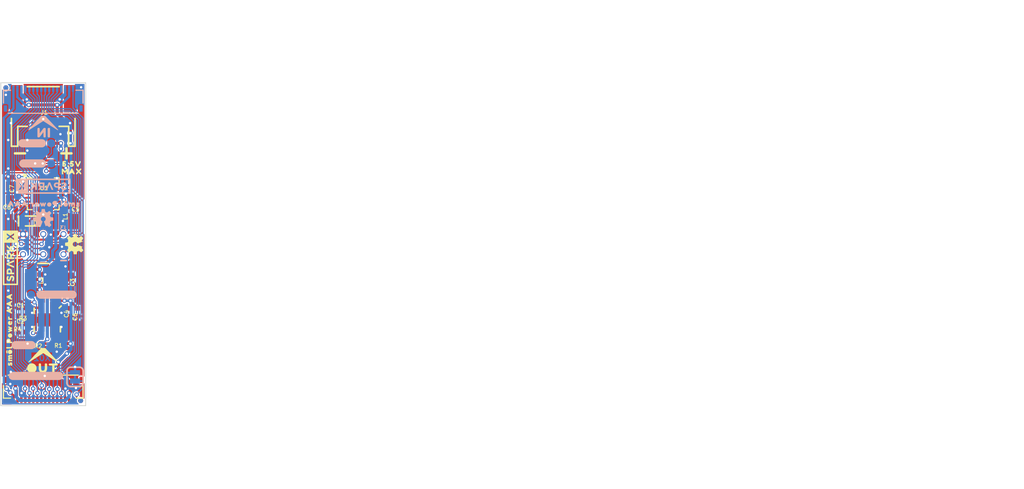
<source format=kicad_pcb>
(kicad_pcb (version 20211014) (generator pcbnew)
  (layers (0 "F.Cu" signal) (31 "B.Cu" signal) (34 "B.Paste" user) (35 "F.Paste" user) (36 "B.SilkS" user "B.Silkscreen") (37 "F.SilkS" user "F.Silkscreen") (38 "B.Mask" user) (39 "F.Mask" user) (44 "Edge.Cuts" user))
  (net 0 "")
  (net 1 "GND")
  (net 2 "SCLK")
  (net 3 "COPI")
  (net 4 "CIPO")
  (net 5 "CS0")
  (net 6 "CS1")
  (net 7 "CS2")
  (net 8 "GPIO0")
  (net 9 "GPIO1")
  (net 10 "SDA")
  (net 11 "SCL")
  (net 12 "3.3V")
  (net 13 "V_USB")
  (net 14 "PROC_PWR_EN")
  (net 15 "3V3_EN")
  (net 16 "VIN")
  (net 17 "AT_VCC")
  (net 18 "N$2")
  (net 19 "~{RESET}")
  (net 20 "AT_CIPO")
  (net 21 "N$1")
  (net 22 "N$4")
  (net 23 "UVLO")
  (net 24 "FB")
  (net 25 "RXD")
  (net 26 "TXD")
  (footprint "eagleBoard:SPARKX-SMALL" (layer "F.Cu") (at 144.3736 106.7181 90)
    (fp_text reference "U$1" hide)
    (fp_text value "SPARKX-LOGO3" hide)
  )
  (footprint "eagleBoard:0402-TIGHT" (layer "F.Cu") (at 145.8341 116.0526 180)
    (fp_text reference "R4")
    (fp_text value "150K" hide)
  )
  (footprint "eagleBoard:MAX0" (layer "F.Cu") (at 152.1206 95.8596)
    (fp_text reference "U$11" hide)
    (fp_text value "" hide)
  )
  (footprint "eagleBoard:JST-2-SMD" (layer "F.Cu") (at 148.5011 88.1761)
    (fp_text reference "J1")
    (fp_text value "")
  )
  (footprint "eagleBoard:QFN20_20M1" (layer "F.Cu") (at 148.5011 98.6536)
    (fp_text reference "U1")
    (fp_text value "ATTINY43_QFN20" hide)
  )
  (footprint "eagleBoard:SM�L_POWER_AAA0" (layer "F.Cu") (at 144.2466 115.7351 90)
    (fp_text reference "U$8" hide)
    (fp_text value "" hide)
  )
  (footprint "eagleBoard:5#5V0" (layer "F.Cu") (at 152.1206 94.9071)
    (fp_text reference "U$10" hide)
    (fp_text value "" hide)
  )
  (footprint "eagleBoard:ORDERING_INSTRUCTIONS" (layer "F.Cu") (at 162.2171 74.5236)
    (fp_text reference "LOGO1" hide)
    (fp_text value "SPECIAL_INSTRUCTIONS-ORDERING" hide)
  )
  (footprint "eagleBoard:CREATIVE_COMMONS" (layer "F.Cu") (at 188.8871 135.4836)
    (fp_text reference "FRAME1" hide)
    (fp_text value "FRAME-LEDGER" hide)
  )
  (footprint "eagleBoard:FIDUCIAL-MICRO" (layer "F.Cu") (at 143.8021 85.3186)
    (fp_text reference "FD1" hide)
    (fp_text value "FIDUCIALUFIDUCIAL" hide)
  )
  (footprint "eagleBoard:INDUCTOR_4X4MM" (layer "F.Cu") (at 148.5011 109.4486 -90)
    (fp_text reference "L2")
    (fp_text value "4.7μH" hide)
  )
  (footprint "eagleBoard:0402-TIGHT" (layer "F.Cu") (at 145.8341 113.0046 180)
    (fp_text reference "C1")
    (fp_text value "10uF" hide)
  )
  (footprint "eagleBoard:INDUCTOR_LQH32" (layer "F.Cu") (at 150.9776 102.0826 90)
    (fp_text reference "L1")
    (fp_text value "15uH" hide)
  )
  (footprint "eagleBoard:0402-TIGHT" (layer "F.Cu") (at 147.7391 117.5131)
    (fp_text reference "R2")
    (fp_text value "180k" hide)
  )
  (footprint "eagleBoard:0402-TIGHT" (layer "F.Cu") (at 150.2791 117.5131)
    (fp_text reference "R1")
    (fp_text value "1M" hide)
  )
  (footprint "eagleBoard:OSHW-LOGO-MINI" (layer "F.Cu") (at 152.5016 105.0036 90)
    (fp_text reference "LOGO2" hide)
    (fp_text value "OSHW-LOGOMINI" hide)
  )
  (footprint "eagleBoard:0603" (layer "F.Cu") (at 144.3101 98.5266 90)
    (fp_text reference "C7")
    (fp_text value "22uF" hide)
  )
  (footprint "eagleBoard:SMOL_SMALL" (layer "F.Cu") (at 148.5011 118.7196)
    (fp_text reference "U$13" hide)
    (fp_text value "SMOL_LOGOSMALL" hide)
  )
  (footprint "eagleBoard:0603" (layer "F.Cu") (at 151.8666 109.98835 90)
    (fp_text reference "C3")
    (fp_text value "22uF" hide)
  )
  (footprint "eagleBoard:FPC_16_0.5MM" (layer "F.Cu") (at 148.5011 123.2281 180)
    (fp_text reference "OUT0" hide)
    (fp_text value "" hide)
  )
  (footprint "eagleBoard:0402-TIGHT" (layer "F.Cu") (at 152.8191 113.5761 -90)
    (fp_text reference "C6")
    (fp_text value "0.1uF" hide)
  )
  (footprint "eagleBoard:OUT0" (layer "F.Cu") (at 148.5011 120.6246)
    (fp_text reference "U$3" hide)
    (fp_text value "" hide)
  )
  (footprint "eagleBoard:0402-TIGHT" (layer "F.Cu") (at 145.8341 115.0366 180)
    (fp_text reference "C2")
    (fp_text value "0.1uF" hide)
  )
  (footprint "eagleBoard:QFN-10_PAD" (layer "F.Cu") (at 149.0091 114.5286 180)
    (fp_text reference "U2" hide)
    (fp_text value "TPS61200" hide)
  )
  (footprint "eagleBoard:0402-TIGHT" (layer "F.Cu") (at 145.8341 114.0206)
    (fp_text reference "R3")
    (fp_text value "453k" hide)
  )
  (footprint "eagleBoard:FIDUCIAL-MICRO" (layer "F.Cu") (at 153.2001 124.6886)
    (fp_text reference "FD3" hide)
    (fp_text value "FIDUCIALUFIDUCIAL" hide)
  )
  (footprint "eagleBoard:0402-TIGHT" (layer "F.Cu") (at 144.5641 100.6856 180)
    (fp_text reference "C8")
    (fp_text value "0.1uF" hide)
  )
  (footprint "eagleBoard:0402-TIGHT" (layer "F.Cu") (at 151.7396 113.5761 -90)
    (fp_text reference "C4")
    (fp_text value "0.1uF" hide)
  )
  (footprint "eagleBoard:0402-TIGHT" (layer "F.Cu") (at 151.9936 100.3046)
    (fp_text reference "C5")
    (fp_text value "4.7uF" hide)
  )
  (footprint "eagleBoard:SOD-323" (layer "F.Cu") (at 147.1676 102.0826)
    (fp_text reference "D1")
    (fp_text value "1A/23V/620mV" hide)
  )
  (footprint "eagleBoard:FPC_16_0.5MM" (layer "B.Cu") (at 148.5011 86.7791 180)
    (fp_text reference "IN0" hide)
    (fp_text value "" hide)
  )
  (footprint "eagleBoard:#RXD#0" (layer "B.Cu") (at 147.1676 94.8436 180)
    (fp_text reference "U$9" hide)
    (fp_text value "" hide)
  )
  (footprint "eagleBoard:IN0" (layer "B.Cu") (at 148.5011 90.9701 180)
    (fp_text reference "U$12" hide)
    (fp_text value "" hide)
  )
  (footprint "eagleBoard:#3V3_EN#0" (layer "B.Cu") (at 150.18385 111.3536 180)
    (fp_text reference "U$6" hide)
    (fp_text value "" hide)
  )
  (footprint "eagleBoard:SMOL_SMALL" (layer "B.Cu") (at 148.5011 89.5096 180)
    (fp_text reference "U$14" hide)
    (fp_text value "SMOL_LOGOSMALL" hide)
  )
  (footprint "eagleBoard:SM�L_POWER_AAA0" (layer "B.Cu") (at 148.5011 99.9236 180)
    (fp_text reference "U$2" hide)
    (fp_text value "" hide)
  )
  (footprint "eagleBoard:SMT-JUMPER_2_NC_TRACE_SILK" (layer "B.Cu") (at 152.5016 121.7041 90)
    (fp_text reference "PROC_PWR_EN0" hide)
    (fp_text value "JUMPER-SMT_2_NC_TRACE_SILK" hide)
  )
  (footprint "eagleBoard:2X3_TEST_POINTS" (layer "B.Cu") (at 148.5011 105.0036 180)
    (fp_text reference "J3")
    (fp_text value "AVR_SPI_PROG_3X2TESTPOINTS" hide)
  )
  (footprint "eagleBoard:FIDUCIAL-MICRO" (layer "B.Cu") (at 153.2001 124.6886 180)
    (fp_text reference "FD4" hide)
    (fp_text value "FIDUCIALUFIDUCIAL" hide)
  )
  (footprint "eagleBoard:PAD.03X.04" (layer "B.Cu") (at 148.2471 117.7036 180)
    (fp_text reference "VIN0" hide)
    (fp_text value "TEST-POINT3X4" hide)
  )
  (footprint "eagleBoard:PAD.03X.04" (layer "B.Cu") (at 149.5171 94.8436 180)
    (fp_text reference "RXD0" hide)
    (fp_text value "TEST-POINT3X4" hide)
  )
  (footprint "eagleBoard:#PROC_PWR#0" (layer "B.Cu") (at 147.58035 121.5771 180)
    (fp_text reference "U$7" hide)
    (fp_text value "" hide)
  )
  (footprint "eagleBoard:OSHW-LOGO-MINI" (layer "B.Cu") (at 148.5011 101.8286 180)
    (fp_text reference "LOGO3" hide)
    (fp_text value "OSHW-LOGOMINI" hide)
  )
  (footprint "eagleBoard:FIDUCIAL-MICRO" (layer "B.Cu") (at 143.8021 85.3186 180)
    (fp_text reference "FD2" hide)
    (fp_text value "FIDUCIALUFIDUCIAL" hide)
  )
  (footprint "eagleBoard:PAD.03X.04" (layer "B.Cu") (at 149.5171 92.3036 180)
    (fp_text reference "TXD0" hide)
    (fp_text value "TEST-POINT3X4" hide)
  )
  (footprint "eagleBoard:SPARKX-SMALL" (layer "B.Cu") (at 148.5011 97.7011 180)
    (fp_text reference "U$20" hide)
    (fp_text value "SPARKX-LOGO3" hide)
  )
  (footprint "eagleBoard:PAD.03X.04" (layer "B.Cu") (at 146.9771 111.3536 180)
    (fp_text reference "UNK3V3_EN0" hide)
    (fp_text value "TEST-POINT3X4" hide)
  )
  (footprint "eagleBoard:#VIN#0" (layer "B.Cu") (at 146.0246 117.7036 180)
    (fp_text reference "U$5" hide)
    (fp_text value "" hide)
  )
  (footprint "eagleBoard:#TXD#0" (layer "B.Cu") (at 147.1041 92.3036 180)
    (fp_text reference "U$4" hide)
    (fp_text value "" hide)
  )
  (gr_line (start 144.9451 93.5736) (end 146.2151 93.5736) (layer "F.SilkS") (width 0.3048))
  (gr_line (start 151.4221 94.2086) (end 151.4221 92.9386) (layer "F.SilkS") (width 0.3048))
  (gr_line (start 150.7871 93.5736) (end 152.0571 93.5736) (layer "F.SilkS") (width 0.3048))
  (gr_line (start 153.8351 125.3236) (end 153.8351 84.6836) (layer "Edge.Cuts") (width 0.1016))
  (gr_line (start 143.1671 84.6836) (end 143.1671 125.3236) (layer "Edge.Cuts") (width 0.1016))
  (gr_line (start 143.1671 125.3236) (end 153.8351 125.3236) (layer "Edge.Cuts") (width 0.1016))
  (gr_line (start 153.8351 84.6836) (end 143.1671 84.6836) (layer "Edge.Cuts") (width 0.1016))
  (gr_text "X02" (at 147.1676 118.87835) (layer "B.Cu") (effects (font (size 0.75565 0.75565) (thickness 0.13335)) (justify right top mirror)))
  (segment (start 151.0411 115.1636) (end 150.7871 115.4176) (width 0.1524) (layer "F.Cu") (net 1))
  (segment (start 148.552231 102.8446) (end 149.126931 103.4193) (width 0.1524) (layer "F.Cu") (net 1))
  (segment (start 147.7391 102.5271) (end 148.0566 102.8446) (width 0.1524) (layer "F.Cu") (net 1))
  (segment (start 150.5091 114.7786) (end 151.0371 114.7786) (width 0.1524) (layer "F.Cu") (net 1))
  (segment (start 147.1041 115.4176) (end 146.9691 115.4176) (width 0.1524) (layer "F.Cu") (net 1))
  (segment (start 150.2791 121.5771) (end 148.6916 121.5771) (width 0.3048) (layer "F.Cu") (net 1))
  (segment (start 146.9771 114.2746) (end 146.9771 113.7666) (width 0.1524) (layer "F.Cu") (net 1))
  (segment (start 150.4664 103.4193) (end 150.7871 103.0986) (width 0.1524) (layer "F.Cu") (net 1))
  (segment (start 150.5701 86.7791) (end 150.7871 86.9961) (width 0.1524) (layer "F.Cu") (net 1))
  (segment (start 145.6587 123.395069) (end 145.6587 122.6415) (width 0.3048) (layer "F.Cu") (net 1))
  (segment (start 145.7511 123.7556) (end 145.7706 123.7361) (width 0.1524) (layer "F.Cu") (net 1))
  (segment (start 149.5091 115.0286) (end 149.0091 114.5286) (width 0.3048) (layer "F.Cu") (net 1))
  (segment (start 145.879312 88.8841) (end 145.3166 88.8841) (width 0.1524) (layer "F.Cu") (net 1))
  (segment (start 144.3101 97.6766) (end 144.1045 97.471) (width 0.254) (layer "F.Cu") (net 1))
  (segment (start 151.2951 123.1646) (end 151.2951 122.5931) (width 0.3048) (layer "F.Cu") (net 1))
  (segment (start 150.9776 102.0826) (end 150.9776 103.0986) (width 0.1524) (layer "F.Cu") (net 1))
  (segment (start 144.42925 97.6766) (end 145.21575 98.4631) (width 0.3048) (layer "F.Cu") (net 1))
  (segment (start 146.37065 100.9396) (end 145.21575 99.7847) (width 0.254) (layer "F.Cu") (net 1))
  (segment (start 149.126931 103.4193) (end 150.4664 103.4193) (width 0.1524) (layer "F.Cu") (net 1))
  (segment (start 151.2951 122.5931) (end 150.2791 121.5771) (width 0.3048) (layer "F.Cu") (net 1))
  (segment (start 151.626931 103.4193) (end 152.981768 103.4193) (width 0.1524) (layer "F.Cu") (net 1))
  (segment (start 147.5091 114.2786) (end 146.9811 114.2786) (width 0.1524) (layer "F.Cu") (net 1))
  (segment (start 145.21575 99.7847) (end 145.21575 98.4631) (width 0.254) (layer "F.Cu") (net 1))
  (segment (start 153.1286 100.3046) (end 152.4936 100.3046) (width 0.1524) (layer "F.Cu") (net 1))
  (segment (start 145.3166 88.8841) (end 144.4371 89.7636) (width 0.1524) (layer "F.Cu") (net 1))
  (segment (start 144.3101 97.6766) (end 144.42925 97.6766) (width 0.3048) (layer "F.Cu") (net 1))
  (segment (start 147.1041 115.4176) (end 146.9771 115.2906) (width 0.1524) (layer "F.Cu") (net 1))
  (segment (start 151.0411 113.8936) (end 151.0371 113.8976) (width 0.1524) (layer "F.Cu") (net 1))
  (segment (start 151.2316 123.2281) (end 151.2316 124.5586) (width 0.1524) (layer "F.Cu") (net 1))
  (segment (start 146.9691 115.4176) (end 146.3341 116.0526) (width 0.1524) (layer "F.Cu") (net 1))
  (segment (start 150.2156 96.6851) (end 150.2156 96.9391) (width 0.254) (layer "F.Cu") (net 1))
  (segment (start 145.7706 123.506969) (end 145.6587 123.395069) (width 0.3048) (layer "F.Cu") (net 1))
  (segment (start 151.0411 114.7826) (end 151.0411 115.1636) (width 0.1524) (layer "F.Cu") (net 1))
  (segment (start 153.1643 100.3403) (end 153.1286 100.3046) (width 0.1524) (layer "F.Cu") (net 1))
  (segment (start 146.9811 114.2786) (end 146.9771 114.2746) (width 0.1524) (layer "F.Cu") (net 1))
  (segment (start 148.0566 102.8446) (end 148.552231 102.8446) (width 0.1524) (layer "F.Cu") (net 1))
  (segment (start 151.0411 113.8936) (end 150.7871 113.6396) (width 0.1524) (layer "F.Cu") (net 1))
  (segment (start 145.7706 123.7361) (end 145.7706 123.506969) (width 0.3048) (layer "F.Cu") (net 1))
  (segment (start 148.5011 100.5536) (end 148.5011 98.6536) (width 0.254) (layer "F.Cu") (net 1))
  (segment (start 146.18685 87.02435) (end 146.18685 88.576563) (width 0.1524) (layer "F.Cu") (net 1))
  (segment (start 151.0411 114.2746) (end 151.0411 113.8936) (width 0.1524) (layer "F.Cu") (net 1))
  (segment (start 146.4321 86.7791) (end 146.18685 87.02435) (width 0.1524) (layer "F.Cu") (net 1))
  (segment (start 148.5091 114.0286) (end 149.0091 114.5286) (width 0.3048) (layer "F.Cu") (net 1))
  (segment (start 147.5091 114.7786) (end 146.9811 114.7786) (width 0.1524) (layer "F.Cu") (net 1))
  (segment (start 146.9811 114.7786) (end 146.9771 114.7826) (width 0.1524) (layer "F.Cu") (net 1))
  (segment (start 153.1643 103.236769) (end 153.1643 100.3403) (width 0.1524) (layer "F.Cu") (net 1))
  (segment (start 146.9771 113.7666) (end 147.1041 113.6396) (width 0.1524) (layer "F.Cu") (net 1))
  (segment (start 152.4936 99.8037) (end 151.3435 98.6536) (width 0.1524) (layer "F.Cu") (net 1))
  (segment (start 148.072575 101.2636) (end 147.7391 101.597075) (width 0.1524) (layer "F.Cu") (net 1))
  (segment (start 147.7391 101.597075) (end 147.7391 102.5271) (width 0.1524) (layer "F.Cu") (net 1))
  (segment (start 146.9771 114.7826) (end 146.9771 114.2746) (width 0.1524) (layer "F.Cu") (net 1))
  (segment (start 146.3905 100.9396) (end 146.37065 100.9396) (width 0.254) (layer "F.Cu") (net 1))
  (segment (start 151.0371 113.8976) (end 151.0371 114.7786) (width 0.1524) (layer "F.Cu") (net 1))
  (segment (start 150.7871 88.423625) (end 151.8666 89.503125) (width 0.1524) (layer "F.Cu") (net 1))
  (segment (start 151.2951 123.1646) (end 151.2316 123.2281) (width 0.1524) (layer "F.Cu") (net 1))
  (segment (start 146.9771 115.2906) (end 146.9771 114.7826) (width 0.1524) (layer "F.Cu") (net 1))
  (segment (start 144.1045 97.471) (end 144.1045 96.4946) (width 0.254) (layer "F.Cu") (net 1))
  (segment (start 146.835 100.4951) (end 146.3905 100.9396) (width 0.254) (layer "F.Cu") (net 1))
  (segment (start 146.835 100.3197) (end 146.835 100.4951) (width 0.254) (layer "F.Cu") (net 1))
  (segment (start 148.5011 100.5536) (end 148.5011 101.2636) (width 0.1524) (layer "F.Cu") (net 1))
  (segment (start 152.981768 103.4193) (end 153.1643 103.236769) (width 0.1524) (layer "F.Cu") (net 1))
  (segment (start 148.5091 113.0536) (end 148.5091 114.0286) (width 0.3048) (layer "F.Cu") (net 1))
  (segment (start 150.7871 86.9961) (end 150.7871 88.423625) (width 0.1524) (layer "F.Cu") (net 1))
  (segment (start 146.7231 121.5771) (end 148.6916 121.5771) (width 0.3048) (layer "F.Cu") (net 1))
  (segment (start 151.306231 103.0986) (end 151.626931 103.4193) (width 0.1524) (layer "F.Cu") (net 1))
  (segment (start 150.5131 114.2746) (end 151.0411 114.2746) (width 0.1524) (layer "F.Cu") (net 1))
  (segment (start 145.6587 122.6415) (end 146.7231 121.5771) (width 0.3048) (layer "F.Cu") (net 1))
  (segment (start 151.0371 114.7786) (end 151.0411 114.7826) (width 0.1524) (layer "F.Cu") (net 1))
  (segment (start 151.8666 89.503125) (end 151.8666 89.7636) (width 0.1524) (layer "F.Cu") (net 1))
  (segment (start 144.0641 100.6856) (end 144.1045 100.726) (width 0.1524) (layer "F.Cu") (net 1))
  (segment (start 148.5011 98.6536) (end 146.835 100.3197) (width 0.254) (layer "F.Cu") (net 1))
  (segment (start 146.18685 88.576563) (end 145.879312 88.8841) (width 0.1524) (layer "F.Cu") (net 1))
  (segment (start 149.5091 116.0036) (end 149.5091 115.0286) (width 0.3048) (layer "F.Cu") (net 1))
  (segment (start 150.5091 114.2786) (end 150.5131 114.2746) (width 0.1524) (layer "F.Cu") (net 1))
  (segment (start 148.5011 101.2636) (end 148.072575 101.2636) (width 0.1524) (layer "F.Cu") (net 1))
  (segment (start 151.2511 124.5781) (end 151.2316 124.5586) (width 0.1524) (layer "F.Cu") (net 1))
  (segment (start 150.7871 103.0986) (end 150.9776 103.0986) (width 0.1524) (layer "F.Cu") (net 1))
  (segment (start 145.7511 124.5781) (end 145.7511 123.7556) (width 0.1524) (layer "F.Cu") (net 1))
  (segment (start 150.9776 103.0986) (end 151.306231 103.0986) (width 0.1524) (layer "F.Cu") (net 1))
  (segment (start 144.1045 100.726) (end 144.1045 101.8286) (width 0.1524) (layer "F.Cu") (net 1))
  (segment (start 152.4936 100.3046) (end 152.4936 99.8037) (width 0.1524) (layer "F.Cu") (net 1))
  (segment (start 150.2156 96.9391) (end 148.5011 98.6536) (width 0.254) (layer "F.Cu") (net 1))
  (via (at 149.2631 105.3846) (size 0.554) (drill 0.3) (layers "F.Cu" "B.Cu") (net 1))
  (via (at 150.2156 96.6851) (size 0.554) (drill 0.3) (layers "F.Cu" "B.Cu") (net 1))
  (via (at 151.2951 107.7976) (size 0.554) (drill 0.3) (layers "F.Cu" "B.Cu") (net 1))
  (via (at 150.7871 113.6396) (size 0.554) (drill 0.3) (layers "F.Cu" "B.Cu") (net 1))
  (via (at 144.1045 96.4946) (size 0.554) (drill 0.3) (layers "F.Cu" "B.Cu") (net 1))
  (via (at 148.5011 101.2636) (size 0.554) (drill 0.3) (layers "F.Cu" "B.Cu") (net 1))
  (via (at 151.3435 95.4151) (size 0.554) (drill 0.3) (layers "F.Cu" "B.Cu") (net 1))
  (via (at 152.5016 120.4341) (size 0.554) (drill 0.3) (layers "F.Cu" "B.Cu") (net 1))
  (via (at 144.1045 113.0046) (size 0.554) (drill 0.3) (layers "F.Cu" "B.Cu") (net 1))
  (via (at 148.5011 89.2556) (size 0.554) (drill 0.3) (layers "F.Cu" "B.Cu") (net 1))
  (via (at 144.3585 122.5931) (size 0.554) (drill 0.3) (layers "F.Cu" "B.Cu") (net 1))
  (via (at 144.1045 101.8286) (size 0.554) (drill 0.3) (layers "F.Cu" "B.Cu") (net 1))
  (via (at 145.7706 123.7361) (size 0.554) (drill 0.3) (layers "F.Cu" "B.Cu") (net 1))
  (via (at 148.7551 110.0836) (size 0.554) (drill 0.3) (layers "F.Cu" "B.Cu") (net 1))
  (via (at 148.7551 108.8136) (size 0.554) (drill 0.3) (layers "F.Cu" "B.Cu") (net 1))
  (via (at 147.1041 115.4176) (size 0.554) (drill 0.3) (layers "F.Cu" "B.Cu") (net 1))
  (via (at 150.2005 118.5291) (size 0.554) (drill 0.3) (layers "F.Cu" "B.Cu") (net 1))
  (via (at 151.3435 98.6536) (size 0.554) (drill 0.3) (layers "F.Cu" "B.Cu") (net 1))
  (via (at 143.8021 86.2076) (size 0.554) (drill 0.3) (layers "F.Cu" "B.Cu") (net 1))
  (via (at 144.1045 110.8456) (size 0.554) (drill 0.3) (layers "F.Cu" "B.Cu") (net 1))
  (via (at 153.2636 85.2551) (size 0.554) (drill 0.3) (layers "F.Cu" "B.Cu") (net 1))
  (via (at 146.5326 117.5131) (size 0.554) (drill 0.3) (layers "F.Cu" "B.Cu") (net 1))
  (via (at 147.1041 113.6396) (size 0.554) (drill 0.3) (layers "F.Cu" "B.Cu") (net 1))
  (via (at 151.8666 89.7636) (size 0.554) (drill 0.3) (layers "F.Cu" "B.Cu") (net 1))
  (via (at 152.6135 123.1011) (size 0.554) (drill 0.3) (layers "F.Cu" "B.Cu") (net 1))
  (via (at 149.4536 103.7971) (size 0.554) (drill 0.3) (layers "F.Cu" "B.Cu") (net 1))
  (via (at 145.21575 98.4631) (size 0.554) (drill 0.3) (layers "F.Cu" "B.Cu") (net 1))
  (via (at 146.4321 86.7791) (size 0.554) (drill 0.3) (layers "F.Cu" "B.Cu") (net 1))
  (via (at 144.422 121.0691) (size 0.554) (drill 0.3) (layers "F.Cu" "B.Cu") (net 1))
  (via (at 151.2951 123.1646) (size 0.554) (drill 0.3) (layers "F.Cu" "B.Cu") (net 1))
  (via (at 144.1045 107.0991) (size 0.554) (drill 0.3) (layers "F.Cu" "B.Cu") (net 1))
  (via (at 150.9776 102.0826) (size 0.554) (drill 0.3) (layers "F.Cu" "B.Cu") (net 1))
  (via (at 144.4371 89.7636) (size 0.554) (drill 0.3) (layers "F.Cu" "B.Cu") (net 1))
  (via (at 150.5701 86.7791) (size 0.554) (drill 0.3) (layers "F.Cu" "B.Cu") (net 1))
  (via (at 144.1045 95.4786) (size 0.554) (drill 0.3) (layers "F.Cu" "B.Cu") (net 1))
  (via (at 144.1045 117.1956) (size 0.554) (drill 0.3) (layers "F.Cu" "B.Cu") (net 1))
  (via (at 147.4851 94.8436) (size 0.554) (drill 0.3) (layers "F.Cu" "B.Cu") (net 1))
  (via (at 150.8506 105.3211) (size 0.554) (drill 0.3) (layers "F.Cu" "B.Cu") (net 1))
  (via (at 144.1045 91.89085) (size 0.554) (drill 0.3) (layers "F.Cu" "B.Cu") (net 1))
  (via (at 144.1045 106.0196) (size 0.554) (drill 0.3) (layers "F.Cu" "B.Cu") (net 1))
  (via (at 146.3905 100.9396) (size 0.554) (drill 0.3) (layers "F.Cu" "B.Cu") (net 1))
  (via (at 148.6916 121.5771) (size 0.554) (drill 0.3) (layers "F.Cu" "B.Cu") (net 1))
  (via (at 150.6601 91.1606) (size 0.554) (drill 0.3) (layers "F.Cu" "B.Cu") (net 1))
  (via (at 150.7871 115.4176) (size 0.554) (drill 0.3) (layers "F.Cu" "B.Cu") (net 1))
  (via (at 146.50085 91.89085) (size 0.554) (drill 0.3) (layers "F.Cu" "B.Cu") (net 1))
  (via (at 146.50085 93.22435) (size 0.554) (drill 0.3) (layers "F.Cu" "B.Cu") (net 1))
  (segment (start 148.1836 111.5441) (end 148.6027 111.9632) (width 0.1524) (layer "B.Cu") (net 1))
  (segment (start 150.8506 105.3211) (end 150.0886 106.0831) (width 0.1524) (layer "B.Cu") (net 1))
  (segment (start 145.9611 101.369) (end 146.3905 100.9396) (width 0.4064) (layer "B.Cu") (net 1))
  (segment (start 148.6027 111.9632) (end 148.6027 115.951) (width 0.1524) (layer "B.Cu") (net 1))
  (segment (start 151.3435 98.6536) (end 151.5872 98.8973) (width 0.1524) (layer "B.Cu") (net 1))
  (segment (start 148.6027 115.951) (end 147.0406 117.5131) (width 0.1524) (layer "B.Cu") (net 1))
  (segment (start 146.2611 108.69715) (end 147.92265 107.0356) (width 0.1524) (layer "B.Cu") (net 1))
  (segment (start 147.0406 117.5131) (end 146.5326 117.5131) (width 0.1524) (layer "B.Cu") (net 1))
  (segment (start 146.2611 110.0836) (end 146.2611 108.69715) (width 0.1524) (layer "B.Cu") (net 1))
  (segment (start 146.2611 119.49585) (end 146.2611 110.0836) (width 0.1524) (layer "B.Cu") (net 1))
  (segment (start 148.1836 111.524707) (end 148.1836 111.5441) (width 0.1524) (layer "B.Cu") (net 1))
  (segment (start 151.2511 85.4291) (end 151.2511 86.0981) (width 0.3048) (layer "B.Cu") (net 1))
  (segment (start 147.92265 107.0356) (end 148.815362 107.0356) (width 0.1524) (layer "B.Cu") (net 1))
  (segment (start 148.34235 121.5771) (end 148.6916 121.5771) (width 0.1524) (layer "B.Cu") (net 1))
  (segment (start 150.0886 107.4801) (end 148.7551 108.8136) (width 0.1524) (layer "B.Cu") (net 1))
  (segment (start 151.5872 98.8973) (end 151.5872 101.473) (width 0.1524) (layer "B.Cu") (net 1))
  (segment (start 145.7511 86.0981) (end 146.4321 86.7791) (width 0.3048) (layer "B.Cu") (net 1))
  (segment (start 145.7511 85.4291) (end 145.7511 86.0981) (width 0.3048) (layer "B.Cu") (net 1))
  (segment (start 152.5016 121.1834) (end 152.5016 120.4341) (width 0.1524) (layer "B.Cu") (net 1))
  (segment (start 145.9611 103.7336) (end 145.9611 101.369) (width 0.4064) (layer "B.Cu") (net 1))
  (segment (start 146.9771 110.0836) (end 147.5764 110.6829) (width 0.1524) (layer "B.Cu") (net 1))
  (segment (start 151.5872 101.473) (end 150.9776 102.0826) (width 0.1524) (layer "B.Cu") (net 1))
  (segment (start 151.2511 86.0981) (end 150.5701 86.7791) (width 0.3048) (layer "B.Cu") (net 1))
  (segment (start 147.5764 110.6829) (end 147.5764 110.917507) (width 0.1524) (layer "B.Cu") (net 1))
  (segment (start 146.2611 110.0836) (end 146.9771 110.0836) (width 0.1524) (layer "B.Cu") (net 1))
  (segment (start 149.2631 106.587863) (end 149.2631 105.3846) (width 0.1524) (layer "B.Cu") (net 1))
  (segment (start 148.34235 121.5771) (end 146.2611 119.49585) (width 0.1524) (layer "B.Cu") (net 1))
  (segment (start 148.815362 107.0356) (end 149.2631 106.587863) (width 0.1524) (layer "B.Cu") (net 1))
  (segment (start 147.5764 110.917507) (end 148.1836 111.524707) (width 0.1524) (layer "B.Cu") (net 1))
  (segment (start 150.0886 106.0831) (end 150.0886 107.4801) (width 0.1524) (layer "B.Cu") (net 1))
  (segment (start 150.7511 124.5781) (end 150.7511 123.7364) (width 0.1524) (layer "F.Cu") (net 2))
  (segment (start 150.7511 123.7364) (end 150.7514 123.7361) (width 0.1524) (layer "F.Cu") (net 2))
  (via (at 150.7514 123.7361) (size 0.554) (drill 0.3) (layers "F.Cu" "B.Cu") (net 2))
  (segment (start 150.7511 85.4291) (end 150.7511 85.855494) (width 0.1524) (layer "B.Cu") (net 2))
  (segment (start 151.951662 87.9578) (end 153.2382 89.244338) (width 0.1524) (layer "B.Cu") (net 2))
  (segment (start 149.7724 87.803507) (end 149.926693 87.9578) (width 0.1524) (layer "B.Cu") (net 2))
  (segment (start 150.7511 85.855494) (end 149.7724 86.834194) (width 0.1524) (layer "B.Cu") (net 2))
  (segment (start 149.926693 87.9578) (end 151.951662 87.9578) (width 0.1524) (layer "B.Cu") (net 2))
  (segment (start 150.8149 121.2953) (end 150.8149 123.6726) (width 0.1524) (layer "B.Cu") (net 2))
  (segment (start 149.7724 86.834194) (end 149.7724 87.803507) (width 0.1524) (layer "B.Cu") (net 2))
  (segment (start 153.2382 89.244338) (end 153.2382 118.872) (width 0.1524) (layer "B.Cu") (net 2))
  (segment (start 150.8149 123.6726) (end 150.7514 123.7361) (width 0.1524) (layer "B.Cu") (net 2))
  (segment (start 153.2382 118.872) (end 150.8149 121.2953) (width 0.1524) (layer "B.Cu") (net 2))
  (segment (start 150.2511 123.2561) (end 150.2791 123.2281) (width 0.1524) (layer "F.Cu") (net 3))
  (segment (start 150.2511 124.5781) (end 150.2511 123.2561) (width 0.1524) (layer "F.Cu") (net 3))
  (via (at 150.2791 123.2281) (size 0.554) (drill 0.3) (layers "F.Cu" "B.Cu") (net 3))
  (segment (start 150.2791 121.435963) (end 150.2791 123.2281) (width 0.1524) (layer "B.Cu") (net 3))
  (segment (start 150.2511 85.4291) (end 150.2511 85.960357) (width 0.1524) (layer "B.Cu") (net 3))
  (segment (start 151.835925 88.2372) (end 152.9588 89.360075) (width 0.1524) (layer "B.Cu") (net 3))
  (segment (start 152.9588 89.360075) (end 152.9588 118.756263) (width 0.1524) (layer "B.Cu") (net 3))
  (segment (start 149.493 87.919244) (end 149.810956 88.2372) (width 0.1524) (layer "B.Cu") (net 3))
  (segment (start 150.2511 85.960357) (end 149.493 86.718457) (width 0.1524) (layer "B.Cu") (net 3))
  (segment (start 149.810956 88.2372) (end 151.835925 88.2372) (width 0.1524) (layer "B.Cu") (net 3))
  (segment (start 149.493 86.718457) (end 149.493 87.919244) (width 0.1524) (layer "B.Cu") (net 3))
  (segment (start 152.9588 118.756263) (end 150.2791 121.435963) (width 0.1524) (layer "B.Cu") (net 3))
  (segment (start 149.7511 124.5781) (end 149.7511 123.7559) (width 0.1524) (layer "F.Cu") (net 4))
  (segment (start 149.7511 123.7559) (end 149.7709 123.7361) (width 0.1524) (layer "F.Cu") (net 4))
  (via (at 149.7709 123.7361) (size 0.554) (drill 0.3) (layers "F.Cu" "B.Cu") (net 4))
  (segment (start 149.2136 86.539219) (end 149.2136 88.034982) (width 0.1524) (layer "B.Cu") (net 4))
  (segment (start 149.695218 88.5166) (end 151.720187 88.5166) (width 0.1524) (layer "B.Cu") (net 4))
  (segment (start 151.720187 88.5166) (end 152.6794 89.475813) (width 0.1524) (layer "B.Cu") (net 4))
  (segment (start 149.7511 86.001719) (end 149.2136 86.539219) (width 0.1524) (layer "B.Cu") (net 4))
  (segment (start 149.7709 121.549025) (end 149.7709 123.7361) (width 0.1524) (layer "B.Cu") (net 4))
  (segment (start 149.2136 88.034982) (end 149.695218 88.5166) (width 0.1524) (layer "B.Cu") (net 4))
  (segment (start 152.6794 89.475813) (end 152.6794 118.640525) (width 0.1524) (layer "B.Cu") (net 4))
  (segment (start 152.6794 118.640525) (end 149.7709 121.549025) (width 0.1524) (layer "B.Cu") (net 4))
  (segment (start 149.7511 85.4291) (end 149.7511 86.001719) (width 0.1524) (layer "B.Cu") (net 4))
  (segment (start 149.2511 123.2401) (end 149.2631 123.2281) (width 0.1524) (layer "F.Cu") (net 5))
  (segment (start 149.2511 124.5781) (end 149.2511 123.2401) (width 0.1524) (layer "F.Cu") (net 5))
  (via (at 149.2631 123.2281) (size 0.554) (drill 0.3) (layers "F.Cu" "B.Cu") (net 5))
  (segment (start 148.9336 88.150119) (end 149.579481 88.796) (width 0.1524) (layer "B.Cu") (net 5))
  (segment (start 148.9336 86.3816) (end 148.9336 88.150119) (width 0.1524) (layer "B.Cu") (net 5))
  (segment (start 149.2511 86.0641) (end 148.9336 86.3816) (width 0.1524) (layer "B.Cu") (net 5))
  (segment (start 149.579481 88.796) (end 151.60445 88.796) (width 0.1524) (layer "B.Cu") (net 5))
  (segment (start 149.2631 121.661688) (end 149.2631 123.2281) (width 0.1524) (layer "B.Cu") (net 5))
  (segment (start 152.4 118.524788) (end 149.2631 121.661688) (width 0.1524) (layer "B.Cu") (net 5))
  (segment (start 152.4 89.59155) (end 152.4 118.524788) (width 0.1524) (layer "B.Cu") (net 5))
  (segment (start 149.2511 85.4291) (end 149.2511 86.0641) (width 0.1524) (layer "B.Cu") (net 5))
  (segment (start 151.60445 88.796) (end 152.4 89.59155) (width 0.1524) (layer "B.Cu") (net 5))
  (segment (start 148.7511 124.5781) (end 148.7511 123.7559) (width 0.1524) (layer "F.Cu") (net 6))
  (segment (start 148.7511 123.7559) (end 148.7709 123.7361) (width 0.1524) (layer "F.Cu") (net 6))
  (via (at 148.7709 123.7361) (size 0.554) (drill 0.3) (layers "F.Cu" "B.Cu") (net 6))
  (segment (start 147.78115 106.781963) (end 146.689312 107.8738) (width 0.1524) (layer "B.Cu") (net 6))
  (segment (start 147.78115 96.4651) (end 147.78115 106.781963) (width 0.1524) (layer "B.Cu") (net 6))
  (segment (start 148.7511 85.4291) (end 148.7511 86.162238) (width 0.1524) (layer "B.Cu") (net 6))
  (segment (start 145.9817 94.66565) (end 147.78115 96.4651) (width 0.1524) (layer "B.Cu") (net 6))
  (segment (start 148.7709 123.002407) (end 148.7709 123.7361) (width 0.1524) (layer "B.Cu") (net 6))
  (segment (start 146.689312 107.8738) (end 146.1595 107.8738) (width 0.1524) (layer "B.Cu") (net 6))
  (segment (start 148.8543 122.521194) (end 148.8543 122.919007) (width 0.1524) (layer "B.Cu") (net 6))
  (segment (start 145.9817 91.050157) (end 145.9817 94.66565) (width 0.1524) (layer "B.Cu") (net 6))
  (segment (start 148.8543 122.919007) (end 148.7709 123.002407) (width 0.1524) (layer "B.Cu") (net 6))
  (segment (start 148.7511 86.162238) (end 148.6268 86.286538) (width 0.1524) (layer "B.Cu") (net 6))
  (segment (start 146.1595 107.8738) (end 145.9817 108.0516) (width 0.1524) (layer "B.Cu") (net 6))
  (segment (start 145.9817 119.648594) (end 148.8543 122.521194) (width 0.1524) (layer "B.Cu") (net 6))
  (segment (start 145.9817 108.0516) (end 145.9817 119.648594) (width 0.1524) (layer "B.Cu") (net 6))
  (segment (start 148.6268 88.405057) (end 145.9817 91.050157) (width 0.1524) (layer "B.Cu") (net 6))
  (segment (start 148.6268 86.286538) (end 148.6268 88.405057) (width 0.1524) (layer "B.Cu") (net 6))
  (segment (start 148.2511 122.8431) (end 148.3106 122.7836) (width 0.1524) (layer "F.Cu") (net 7))
  (segment (start 148.2511 124.5781) (end 148.2511 122.8431) (width 0.1524) (layer "F.Cu") (net 7))
  (via (at 148.3106 122.7836) (size 0.554) (drill 0.3) (layers "F.Cu" "B.Cu") (net 7))
  (segment (start 146.0373 107.5944) (end 145.7023 107.9294) (width 0.1524) (layer "B.Cu") (net 7))
  (segment (start 148.3146 86.2546) (end 148.2511 86.1911) (width 0.1524) (layer "B.Cu") (net 7))
  (segment (start 145.7023 90.934419) (end 145.7023 94.781388) (width 0.1524) (layer "B.Cu") (net 7))
  (segment (start 146.573575 107.5944) (end 146.0373 107.5944) (width 0.1524) (layer "B.Cu") (net 7))
  (segment (start 145.7023 107.9294) (end 145.7023 119.80125) (width 0.1524) (layer "B.Cu") (net 7))
  (segment (start 148.3106 122.40955) (end 148.3106 122.7836) (width 0.1524) (layer "B.Cu") (net 7))
  (segment (start 145.7023 94.781388) (end 147.50175 96.580838) (width 0.1524) (layer "B.Cu") (net 7))
  (segment (start 147.50175 106.666225) (end 146.573575 107.5944) (width 0.1524) (layer "B.Cu") (net 7))
  (segment (start 148.3146 88.322119) (end 145.7023 90.934419) (width 0.1524) (layer "B.Cu") (net 7))
  (segment (start 147.50175 96.580838) (end 147.50175 106.666225) (width 0.1524) (layer "B.Cu") (net 7))
  (segment (start 148.3146 86.2546) (end 148.3146 88.322119) (width 0.1524) (layer "B.Cu") (net 7))
  (segment (start 145.7023 119.80125) (end 148.3106 122.40955) (width 0.1524) (layer "B.Cu") (net 7))
  (segment (start 148.2511 85.4291) (end 148.2511 86.1911) (width 0.1524) (layer "B.Cu") (net 7))
  (segment (start 147.7511 123.7559) (end 147.7709 123.7361) (width 0.1524) (layer "F.Cu") (net 8))
  (segment (start 147.7511 124.5781) (end 147.7511 123.7559) (width 0.1524) (layer "F.Cu") (net 8))
  (via (at 147.7709 123.7361) (size 0.554) (drill 0.3) (layers "F.Cu" "B.Cu") (net 8))
  (segment (start 148.0051 86.3816) (end 148.0051 88.236482) (width 0.1524) (layer "B.Cu") (net 8))
  (segment (start 145.4229 119.916988) (end 147.7709 122.264988) (width 0.1524) (layer "B.Cu") (net 8))
  (segment (start 148.0051 86.3816) (end 147.7511 86.1276) (width 0.1524) (layer "B.Cu") (net 8))
  (segment (start 145.9055 107.315) (end 145.4229 107.7976) (width 0.1524) (layer "B.Cu") (net 8))
  (segment (start 147.7511 85.4291) (end 147.7511 86.1276) (width 0.1524) (layer "B.Cu") (net 8))
  (segment (start 147.7709 122.264988) (end 147.7709 123.7361) (width 0.1524) (layer "B.Cu") (net 8))
  (segment (start 147.22235 96.696575) (end 147.22235 106.550488) (width 0.1524) (layer "B.Cu") (net 8))
  (segment (start 148.0051 88.236482) (end 145.4229 90.818682) (width 0.1524) (layer "B.Cu") (net 8))
  (segment (start 147.22235 106.550488) (end 146.457837 107.315) (width 0.1524) (layer "B.Cu") (net 8))
  (segment (start 145.4229 94.897125) (end 147.22235 96.696575) (width 0.1524) (layer "B.Cu") (net 8))
  (segment (start 145.4229 107.7976) (end 145.4229 119.916988) (width 0.1524) (layer "B.Cu") (net 8))
  (segment (start 146.457837 107.315) (end 145.9055 107.315) (width 0.1524) (layer "B.Cu") (net 8))
  (segment (start 145.4229 90.818682) (end 145.4229 94.897125) (width 0.1524) (layer "B.Cu") (net 8))
  (segment (start 147.2511 123.1846) (end 147.2311 123.1646) (width 0.1524) (layer "F.Cu") (net 9))
  (segment (start 147.2511 124.5781) (end 147.2511 123.1846) (width 0.1524) (layer "F.Cu") (net 9))
  (via (at 147.2311 123.1646) (size 0.554) (drill 0.3) (layers "F.Cu" "B.Cu") (net 9))
  (segment (start 145.1435 90.702944) (end 145.1435 95.012863) (width 0.1524) (layer "B.Cu") (net 9))
  (segment (start 146.94295 96.812313) (end 146.94295 106.43475) (width 0.1524) (layer "B.Cu") (net 9))
  (segment (start 145.1435 107.6706) (end 145.1435 120.032725) (width 0.1524) (layer "B.Cu") (net 9))
  (segment (start 146.3421 107.0356) (end 145.7785 107.0356) (width 0.1524) (layer "B.Cu") (net 9))
  (segment (start 146.94295 106.43475) (end 146.3421 107.0356) (width 0.1524) (layer "B.Cu") (net 9))
  (segment (start 145.1435 120.032725) (end 147.2311 122.120325) (width 0.1524) (layer "B.Cu") (net 9))
  (segment (start 145.1435 95.012863) (end 146.94295 96.812313) (width 0.1524) (layer "B.Cu") (net 9))
  (segment (start 147.2511 86.065219) (end 147.7251 86.539219) (width 0.1524) (layer "B.Cu") (net 9))
  (segment (start 147.2511 85.4291) (end 147.2511 86.065219) (width 0.1524) (layer "B.Cu") (net 9))
  (segment (start 147.2311 122.120325) (end 147.2311 123.1646) (width 0.1524) (layer "B.Cu") (net 9))
  (segment (start 147.7251 86.539219) (end 147.7251 88.121344) (width 0.1524) (layer "B.Cu") (net 9))
  (segment (start 147.7251 88.121344) (end 145.1435 90.702944) (width 0.1524) (layer "B.Cu") (net 9))
  (segment (start 145.7785 107.0356) (end 145.1435 107.6706) (width 0.1524) (layer "B.Cu") (net 9))
  (segment (start 145.0649 104.9679) (end 145.5451 104.4877) (width 0.1524) (layer "F.Cu") (net 10))
  (segment (start 146.7511 123.7559) (end 146.7709 123.7361) (width 0.1524) (layer "F.Cu") (net 10))
  (segment (start 147.26285 104.97185) (end 148.27885 104.97185) (width 0.1524) (layer "F.Cu") (net 10))
  (segment (start 146.0296 97.18385) (end 146.0296 98.5266) (width 0.1524) (layer "F.Cu") (net 10))
  (segment (start 146.6011 98.6536) (end 146.1566 98.6536) (width 0.1524) (layer "F.Cu") (net 10))
  (segment (start 146.1566 98.6536) (end 146.0296 98.5266) (width 0.1524) (layer "F.Cu") (net 10))
  (segment (start 145.9611 97.11535) (end 146.0296 97.18385) (width 0.1524) (layer "F.Cu") (net 10))
  (segment (start 145.5451 104.4877) (end 146.7787 104.4877) (width 0.1524) (layer "F.Cu") (net 10))
  (segment (start 146.7511 124.5781) (end 146.7511 123.7559) (width 0.1524) (layer "F.Cu") (net 10))
  (segment (start 146.7787 104.4877) (end 147.26285 104.97185) (width 0.1524) (layer "F.Cu") (net 10))
  (via (at 146.7709 123.7361) (size 0.554) (drill 0.3) (layers "F.Cu" "B.Cu") (net 10))
  (via (at 145.0649 104.9679) (size 0.554) (drill 0.3) (layers "F.Cu" "B.Cu") (net 10))
  (via (at 145.9611 97.11535) (size 0.554) (drill 0.3) (layers "F.Cu" "B.Cu") (net 10))
  (via (at 148.27885 104.97185) (size 0.554) (drill 0.3) (layers "F.Cu" "B.Cu") (net 10))
  (segment (start 147.4457 86.718457) (end 146.7511 86.023857) (width 0.1524) (layer "B.Cu") (net 10))
  (segment (start 146.7511 86.023857) (end 146.7511 85.4291) (width 0.1524) (layer "B.Cu") (net 10))
  (segment (start 148.5011 104.6861) (end 148.27885 104.90835) (width 0.1524) (layer "B.Cu") (net 10))
  (segment (start 145.3261 97.11535) (end 144.8641 96.65335) (width 0.1524) (layer "B.Cu") (net 10))
  (segment (start 146.3293 99.407194) (end 146.3293 99.836007) (width 0.1524) (layer "B.Cu") (net 10))
  (segment (start 145.9611 97.11535) (end 145.9611 99.038994) (width 0.1524) (layer "B.Cu") (net 10))
  (segment (start 145.0649 104.9679) (end 145.1919 105.0949) (width 0.1524) (layer "B.Cu") (net 10))
  (segment (start 146.3293 99.407194) (end 145.9611 99.038994) (width 0.1524) (layer "B.Cu") (net 10))
  (segment (start 146.7074 123.6726) (end 146.7709 123.7361) (width 0.1524) (layer "B.Cu") (net 10))
  (segment (start 144.8641 90.5788) (end 144.8641 96.65335) (width 0.1524) (layer "B.Cu") (net 10))
  (segment (start 146.3293 99.836007) (end 144.8641 101.301207) (width 0.1524) (layer "B.Cu") (net 10))
  (segment (start 145.0649 104.9679) (end 144.8641 104.7671) (width 0.1524) (layer "B.Cu") (net 10))
  (segment (start 147.4457 87.9972) (end 147.4457 86.718457) (width 0.1524) (layer "B.Cu") (net 10))
  (segment (start 145.1919 105.0949) (end 145.1919 106.3649) (width 0.1524) (layer "B.Cu") (net 10))
  (segment (start 144.8641 120.148463) (end 146.7074 121.991763) (width 0.1524) (layer "B.Cu") (net 10))
  (segment (start 148.5011 104.6861) (end 148.5011 103.7336) (width 0.1524) (layer "B.Cu") (net 10))
  (segment (start 145.9611 97.11535) (end 145.3261 97.11535) (width 0.1524) (layer "B.Cu") (net 10))
  (segment (start 144.8641 90.5788) (end 147.4457 87.9972) (width 0.1524) (layer "B.Cu") (net 10))
  (segment (start 148.27885 104.90835) (end 148.27885 104.97185) (width 0.1524) (layer "B.Cu") (net 10))
  (segment (start 146.7074 121.991763) (end 146.7074 123.6726) (width 0.1524) (layer "B.Cu") (net 10))
  (segment (start 144.8641 106.6927) (end 144.8641 120.148463) (width 0.1524) (layer "B.Cu") (net 10))
  (segment (start 145.1919 106.3649) (end 144.8641 106.6927) (width 0.1524) (layer "B.Cu") (net 10))
  (segment (start 144.8641 101.301207) (end 144.8641 104.7671) (width 0.1524) (layer "B.Cu") (net 10))
  (segment (start 147.4851 106.2736) (end 146.7866 105.5751) (width 0.1524) (layer "F.Cu") (net 11))
  (segment (start 145.8356 99.6536) (end 146.6011 99.6536) (width 0.1524) (layer "F.Cu") (net 11))
  (segment (start 148.5011 106.2736) (end 147.4851 106.2736) (width 0.1524) (layer "F.Cu") (net 11))
  (segment (start 146.2511 123.2006) (end 146.2151 123.1646) (width 0.1524) (layer "F.Cu") (net 11))
  (segment (start 145.8341 99.6521) (end 145.8356 99.6536) (width 0.1524) (layer "F.Cu") (net 11))
  (segment (start 146.7866 105.5751) (end 144.676 105.5751) (width 0.1524) (layer "F.Cu") (net 11))
  (segment (start 146.2511 124.5781) (end 146.2511 123.2006) (width 0.1524) (layer "F.Cu") (net 11))
  (via (at 144.676 105.5751) (size 0.554) (drill 0.3) (layers "F.Cu" "B.Cu") (net 11))
  (via (at 146.2151 123.1646) (size 0.554) (drill 0.3) (layers "F.Cu" "B.Cu") (net 11))
  (via (at 145.8341 99.6521) (size 0.554) (drill 0.3) (layers "F.Cu" "B.Cu") (net 11))
  (segment (start 145.573631 89.4461) (end 145.5801 89.4461) (width 0.1524) (layer "B.Cu") (net 11))
  (segment (start 144.5847 100.9015) (end 144.5847 105.4838) (width 0.1524) (layer "B.Cu") (net 11))
  (segment (start 144.9451 99.6521) (end 144.5847 99.2917) (width 0.1524) (layer "B.Cu") (net 11))
  (segment (start 144.676 106.3371) (end 144.5847 106.4284) (width 0.1524) (layer "B.Cu") (net 11))
  (segment (start 146.2511 85.4291) (end 146.2511 85.918994) (width 0.1524) (layer "B.Cu") (net 11))
  (segment (start 146.2151 121.8946) (end 144.5847 120.2642) (width 0.1524) (layer "B.Cu") (net 11))
  (segment (start 145.8341 99.6521) (end 144.5847 100.9015) (width 0.1524) (layer "B.Cu") (net 11))
  (segment (start 146.2151 121.8946) (end 146.2151 123.1646) (width 0.1524) (layer "B.Cu") (net 11))
  (segment (start 144.676 106.3371) (end 144.676 105.5751) (width 0.1524) (layer "B.Cu") (net 11))
  (segment (start 144.5847 90.435032) (end 145.573631 89.4461) (width 0.1524) (layer "B.Cu") (net 11))
  (segment (start 147.1663 87.8599) (end 145.5801 89.4461) (width 0.1524) (layer "B.Cu") (net 11))
  (segment (start 147.1663 86.834194) (end 147.1663 87.8599) (width 0.1524) (layer "B.Cu") (net 11))
  (segment (start 144.676 105.5751) (end 144.5847 105.4838) (width 0.1524) (layer "B.Cu") (net 11))
  (segment (start 146.2511 85.918994) (end 147.1663 86.834194) (width 0.1524) (layer "B.Cu") (net 11))
  (segment (start 144.5847 90.435032) (end 144.5847 99.2917) (width 0.1524) (layer "B.Cu") (net 11))
  (segment (start 144.9451 99.6521) (end 145.8341 99.6521) (width 0.1524) (layer "B.Cu") (net 11))
  (segment (start 144.5847 120.2642) (end 144.5847 106.4284) (width 0.1524) (layer "B.Cu") (net 11))
  (segment (start 146.5961 120.9421) (end 150.4061 120.9421) (width 0.4064) (layer "F.Cu") (net 12))
  (segment (start 151.9198 112.1768) (end 151.9198 112.1156) (width 0.3048) (layer "F.Cu") (net 12))
  (segment (start 145.0086 122.5296) (end 146.5961 120.9421) (width 0.4064) (layer "F.Cu") (net 12))
  (segment (start 145.0086 123.1646) (end 145.0086 122.5296) (width 0.4064) (layer "F.Cu") (net 12))
  (segment (start 151.9198 112.1156) (end 151.9198 110.89155) (width 0.3048) (layer "F.Cu") (net 12))
  (segment (start 145.2511 123.4071) (end 145.0086 123.1646) (width 0.1524) (layer "F.Cu") (net 12))
  (segment (start 150.2526 88.495613) (end 151.0284 89.271413) (width 0.4064) (layer "F.Cu") (net 12))
  (segment (start 151.462775 118.760275) (end 150.4061 119.81695) (width 0.4064) (layer "F.Cu") (net 12))
  (segment (start 151.0284 89.271413) (end 151.0284 89.874663) (width 0.4064) (layer "F.Cu") (net 12))
  (segment (start 150.2526 87.4776) (end 150.2526 88.495613) (width 0.4064) (layer "F.Cu") (net 12))
  (segment (start 145.2511 124.5781) (end 145.2511 123.4071) (width 0.1524) (layer "F.Cu") (net 12))
  (segment (start 152.8191 113.0761) (end 151.9198 112.1768) (width 0.3048) (layer "F.Cu") (net 12))
  (segment (start 151.7511 124.5781) (end 151.7511 123.7476) (width 0.1524) (layer "F.Cu") (net 12))
  (segment (start 150.7791 117.5131) (end 151.9198 117.5131) (width 0.4064) (layer "F.Cu") (net 12))
  (segment (start 150.4061 120.9421) (end 151.9023 122.4383) (width 0.4064) (layer "F.Cu") (net 12))
  (segment (start 149.5091 112.3776) (end 149.7711 112.1156) (width 0.3048) (layer "F.Cu") (net 12))
  (segment (start 151.0284 89.874663) (end 151.9198 90.766063) (width 0.4064) (layer "F.Cu") (net 12))
  (segment (start 151.9023 122.4383) (end 151.9023 123.5964) (width 0.4064) (layer "F.Cu") (net 12))
  (segment (start 149.5091 113.0536) (end 149.5091 112.3776) (width 0.3048) (layer "F.Cu") (net 12))
  (segment (start 151.1681 112.1156) (end 151.9198 112.1156) (width 0.3048) (layer "F.Cu") (net 12))
  (segment (start 151.9023 123.5964) (end 151.7511 123.7476) (width 0.4064) (layer "F.Cu") (net 12))
  (segment (start 151.7511 123.7476) (end 151.74489 123.741391) (width 0.1524) (layer "F.Cu") (net 12))
  (segment (start 151.9198 110.89155) (end 151.8666 110.83835) (width 0.3048) (layer "F.Cu") (net 12))
  (segment (start 151.9198 90.766063) (end 151.9198 91.0336) (width 0.4064) (layer "F.Cu") (net 12))
  (segment (start 150.4061 119.81695) (end 150.4061 120.9421) (width 0.4064) (layer "F.Cu") (net 12))
  (segment (start 150.2526 87.4776) (end 146.6861 87.4776) (width 0.4064) (layer "F.Cu") (net 12))
  (segment (start 149.7711 112.1156) (end 151.1681 112.1156) (width 0.3048) (layer "F.Cu") (net 12))
  (segment (start 151.9198 91.0336) (end 151.9198 92.3036) (width 0.4064) (layer "F.Cu") (net 12))
  (via (at 145.0086 123.1646) (size 0.554) (drill 0.3) (layers "F.Cu" "B.Cu") (net 12))
  (via (at 151.9198 112.1156) (size 0.554) (drill 0.3) (layers "F.Cu" "B.Cu") (net 12))
  (via (at 150.4061 119.81695) (size 0.554) (drill 0.3) (layers "F.Cu" "B.Cu") (net 12))
  (via (at 151.462775 118.760275) (size 0.554) (drill 0.3) (layers "F.Cu" "B.Cu") (net 12))
  (via (at 151.9198 117.5131) (size 0.554) (drill 0.3) (layers "F.Cu" "B.Cu") (net 12))
  (via (at 150.2526 87.4776) (size 0.554) (drill 0.3) (layers "F.Cu" "B.Cu") (net 12))
  (via (at 151.9198 92.3036) (size 0.554) (drill 0.3) (layers "F.Cu" "B.Cu") (net 12))
  (via (at 151.1681 112.1156) (size 0.554) (drill 0.3) (layers "F.Cu" "B.Cu") (net 12))
  (via (at 151.74489 123.741391) (size 0.554) (drill 0.3) (layers "F.Cu" "B.Cu") (net 12))
  (via (at 146.6861 87.4776) (size 0.554) (drill 0.3) (layers "F.Cu" "B.Cu") (net 12))
  (via (at 151.9198 91.0336) (size 0.554) (drill 0.3) (layers "F.Cu" "B.Cu") (net 12))
  (segment (start 151.9936 117.5131) (end 151.9936 118.22945) (width 0.4064) (layer "B.Cu") (net 12))
  (segment (start 151.462775 118.760275) (end 150.4061 119.81695) (width 0.4064) (layer "B.Cu") (net 12))
  (segment (start 151.9936 92.3774) (end 151.9936 112.1156) (width 0.4064) (layer "B.Cu") (net 12))
  (segment (start 151.9198 92.3036) (end 151.9936 92.3774) (width 0.4064) (layer "B.Cu") (net 12))
  (segment (start 151.74489 124.185891) (end 151.269981 124.6608) (width 0.4064) (layer "B.Cu") (net 12))
  (segment (start 150.2526 87.4776) (end 150.6971 87.4776) (width 0.3048) (layer "B.Cu") (net 12))
  (segment (start 151.9198 117.5131) (end 151.9936 117.5131) (width 0.4064) (layer "B.Cu") (net 12))
  (segment (start 145.0086 123.1646) (end 145.0721 123.2281) (width 0.4064) (layer "B.Cu") (net 12))
  (segment (start 151.7511 86.4236) (end 151.7511 85.4291) (width 0.3048) (layer "B.Cu") (net 12))
  (segment (start 145.5523 124.6608) (end 151.269981 124.6608) (width 0.4064) (layer "B.Cu") (net 12))
  (segment (start 151.9198 112.1156) (end 151.1681 112.1156) (width 0.3048) (layer "B.Cu") (net 12))
  (segment (start 151.74489 124.185891) (end 151.74489 123.741391) (width 0.4064) (layer "B.Cu") (net 12))
  (segment (start 145.0721 124.1806) (end 145.5523 124.6608) (width 0.4064) (layer "B.Cu") (net 12))
  (segment (start 146.2416 87.4776) (end 146.6861 87.4776) (width 0.3048) (layer "B.Cu") (net 12))
  (segment (start 146.2416 87.4776) (end 145.2511 86.4871) (width 0.3048) (layer "B.Cu") (net 12))
  (segment (start 151.9936 118.22945) (end 151.462775 118.760275) (width 0.4064) (layer "B.Cu") (net 12))
  (segment (start 151.9198 112.1156) (end 151.9936 112.1156) (width 0.3048) (layer "B.Cu") (net 12))
  (segment (start 145.2511 85.4291) (end 145.2511 86.4871) (width 0.3048) (layer "B.Cu") (net 12))
  (segment (start 151.9936 112.1156) (end 151.9936 117.5131) (width 0.4064) (layer "B.Cu") (net 12))
  (segment (start 145.0721 123.2281) (end 145.0721 124.1806) (width 0.4064) (layer "B.Cu") (net 12))
  (segment (start 151.7511 86.4236) (end 150.6971 87.4776) (width 0.3048) (layer "B.Cu") (net 12))
  (segment (start 151.9198 91.0336) (end 151.9198 92.3036) (width 0.4064) (layer "B.Cu") (net 12))
  (segment (start 144.3736 123.6726) (end 144.7511 124.0501) (width 0.3048) (layer "F.Cu") (net 13))
  (segment (start 144.7511 124.0501) (end 144.7511 124.5781) (width 0.3048) (layer "F.Cu") (net 13))
  (segment (start 144.3736 123.6726) (end 143.89735 123.19635) (width 0.3048) (layer "F.Cu") (net 13))
  (via (at 143.89735 123.19635) (size 0.554) (drill 0.3) (layers "F.Cu" "B.Cu") (net 13))
  (via (at 144.3736 123.6726) (size 0.554) (drill 0.3) (layers "F.Cu" "B.Cu") (net 13))
  (segment (start 143.5481 122.8471) (end 143.5481 89.127232) (width 0.3048) (layer "B.Cu") (net 13))
  (segment (start 143.89735 123.19635) (end 143.5481 122.8471) (width 0.3048) (layer "B.Cu") (net 13))
  (segment (start 143.5481 89.127232) (end 144.7511 87.924232) (width 0.3048) (layer "B.Cu") (net 13))
  (segment (start 144.7511 85.4291) (end 144.7511 87.924232) (width 0.3048) (layer "B.Cu") (net 13))
  (segment (start 143.89735 123.19635) (end 144.3736 123.6726) (width 0.3048) (layer "B.Cu") (net 13))
  (segment (start 152.6921 124.4546) (end 152.5686 124.5781) (width 0.1524) (layer "F.Cu") (net 14))
  (segment (start 152.6921 123.9266) (end 152.6921 124.4546) (width 0.1524) (layer "F.Cu") (net 14))
  (segment (start 152.5686 124.5781) (end 152.2511 124.5781) (width 0.1524) (layer "F.Cu") (net 14))
  (via (at 152.6921 123.9266) (size 0.554) (drill 0.3) (layers "F.Cu" "B.Cu") (net 14))
  (segment (start 153.5049 122.2248) (end 153.5176 122.2121) (width 0.1524) (layer "B.Cu") (net 14))
  (segment (start 153.5176 89.1286) (end 152.2511 87.8621) (width 0.1524) (layer "B.Cu") (net 14))
  (segment (start 152.2511 87.8621) (end 152.2511 85.4291) (width 0.1524) (layer "B.Cu") (net 14))
  (segment (start 153.5176 122.2121) (end 153.5176 123.1011) (width 0.1524) (layer "B.Cu") (net 14))
  (segment (start 152.5016 122.2248) (end 153.5049 122.2248) (width 0.1524) (layer "B.Cu") (net 14))
  (segment (start 153.5176 123.1011) (end 152.6921 123.9266) (width 0.1524) (layer "B.Cu") (net 14))
  (segment (start 153.5176 122.2121) (end 153.5176 89.1286) (width 0.1524) (layer "B.Cu") (net 14))
  (segment (start 153.4818 103.5154) (end 153.4818 99.5703) (width 0.1524) (layer "F.Cu") (net 15))
  (segment (start 150.4011 98.1536) (end 152.0651 98.1536) (width 0.1524) (layer "F.Cu") (net 15))
  (segment (start 151.8031 103.9241) (end 151.9936 103.7336) (width 0.1524) (layer "F.Cu") (net 15))
  (segment (start 145.9611 111.8616) (end 145.9611 107.2261) (width 0.1524) (layer "F.Cu") (net 15))
  (segment (start 151.4221 107.0356) (end 151.8031 106.6546) (width 0.1524) (layer "F.Cu") (net 15))
  (segment (start 147.3859 112.3061) (end 146.4056 112.3061) (width 0.1524) (layer "F.Cu") (net 15))
  (segment (start 151.9936 103.7336) (end 153.2636 103.7336) (width 0.1524) (layer "F.Cu") (net 15))
  (segment (start 153.2636 103.7336) (end 153.4818 103.5154) (width 0.1524) (layer "F.Cu") (net 15))
  (segment (start 152.0651 98.1536) (end 153.4818 99.5703) (width 0.1524) (layer "F.Cu") (net 15))
  (segment (start 145.9611 107.2261) (end 146.1516 107.0356) (width 0.1524) (layer "F.Cu") (net 15))
  (segment (start 146.1516 107.0356) (end 151.4221 107.0356) (width 0.1524) (layer "F.Cu") (net 15))
  (segment (start 147.8331 116.1796) (end 147.2311 116.1796) (width 0.1524) (layer "F.Cu") (net 15))
  (segment (start 148.0091 116.0036) (end 147.8331 116.1796) (width 0.1524) (layer "F.Cu") (net 15))
  (segment (start 146.4056 112.3061) (end 145.9611 111.8616) (width 0.1524) (layer "F.Cu") (net 15))
  (segment (start 151.8031 106.6546) (end 151.8031 103.9241) (width 0.1524) (layer "F.Cu") (net 15))
  (via (at 147.2311 116.1796) (size 0.554) (drill 0.3) (layers "F.Cu" "B.Cu") (net 15))
  (via (at 147.3859 112.3061) (size 0.554) (drill 0.3) (layers "F.Cu" "B.Cu") (net 15))
  (segment (start 147.3859 111.8894) (end 146.9771 111.4806) (width 0.1524) (layer "B.Cu") (net 15))
  (segment (start 147.6502 115.7605) (end 147.6502 112.5704) (width 0.1524) (layer "B.Cu") (net 15))
  (segment (start 147.6502 112.5704) (end 147.3859 112.3061) (width 0.1524) (layer "B.Cu") (net 15))
  (segment (start 147.2311 116.1796) (end 147.6502 115.7605) (width 0.1524) (layer "B.Cu") (net 15))
  (segment (start 146.9771 111.4806) (end 146.9771 111.3536) (width 0.1524) (layer "B.Cu") (net 15))
  (segment (start 147.3859 112.3061) (end 147.3859 111.8894) (width 0.1524) (layer "B.Cu") (net 15))
  (segment (start 148.0091 113.0536) (end 148.0091 111.8776) (width 0.3048) (layer "F.Cu") (net 16))
  (segment (start 151.4936 100.3046) (end 151.4936 99.8046) (width 0.254) (layer "F.Cu") (net 16))
  (segment (start 149.0091 116.9416) (end 149.0091 116.0036) (width 0.3048) (layer "F.Cu") (net 16))
  (segment (start 147.0279 110.8964) (end 147.0279 109.4486) (width 0.3048) (layer "F.Cu") (net 16))
  (segment (start 148.0566 109.4486) (end 147.0279 109.4486) (width 0.4064) (layer "F.Cu") (net 16))
  (segment (start 146.3341 113.0046) (end 146.3341 114.0206) (width 0.3048) (layer "F.Cu") (net 16))
  (segment (start 149.9286 92.3036) (end 149.5011 91.8761) (width 0.4064) (layer "F.Cu") (net 16))
  (segment (start 146.3341 114.0206) (end 146.3341 115.0366) (width 0.3048) (layer "F.Cu") (net 16))
  (segment (start 151.4936 99.8046) (end 151.1046 99.4156) (width 0.254) (layer "F.Cu") (net 16))
  (segment (start 151.4936 100.3046) (end 151.4936 101.0111) (width 0.254) (layer "F.Cu") (net 16))
  (segment (start 151.4936 101.0111) (end 152.2726 101.7901) (width 0.254) (layer "F.Cu") (net 16))
  (segment (start 148.0091 113.0536) (end 147.9601 113.0046) (width 0.3048) (layer "F.Cu") (net 16))
  (segment (start 147.0279 108.6358) (end 147.0279 109.4486) (width 0.4064) (layer "F.Cu") (net 16))
  (segment (start 149.5011 100.5536) (end 150.2206 100.5536) (width 0.254) (layer "F.Cu") (net 16))
  (segment (start 147.4851 108.1786) (end 147.0279 108.6358) (width 0.4064) (layer "F.Cu") (net 16))
  (segment (start 147.9601 113.0046) (end 146.3341 113.0046) (width 0.3048) (layer "F.Cu") (net 16))
  (segment (start 147.2057 110.7186) (end 147.0279 110.8964) (width 0.4064) (layer "F.Cu") (net 16))
  (segment (start 148.0566 108.1786) (end 147.4851 108.1786) (width 0.4064) (layer "F.Cu") (net 16))
  (segment (start 150.2206 100.5536) (end 150.4696 100.3046) (width 0.254) (layer "F.Cu") (net 16))
  (segment (start 148.0566 110.7186) (end 147.2057 110.7186) (width 0.4064) (layer "F.Cu") (net 16))
  (segment (start 150.7236 92.3036) (end 150.7236 93.0021) (width 0.4064) (layer "F.Cu") (net 16))
  (segment (start 150.4696 100.3046) (end 151.4936 100.3046) (width 0.254) (layer "F.Cu") (net 16))
  (segment (start 150.7236 92.3036) (end 149.9286 92.3036) (width 0.4064) (layer "F.Cu") (net 16))
  (segment (start 148.0091 111.8776) (end 147.0279 110.8964) (width 0.3048) (layer "F.Cu") (net 16))
  (segment (start 152.2726 101.7901) (end 152.2726 102.1526) (width 0.254) (layer "F.Cu") (net 16))
  (via (at 150.7236 92.3036) (size 0.554) (drill 0.3) (layers "F.Cu" "B.Cu") (net 16))
  (via (at 150.7236 93.0021) (size 0.554) (drill 0.3) (layers "F.Cu" "B.Cu") (net 16))
  (via (at 149.0091 116.9416) (size 0.554) (drill 0.3) (layers "F.Cu" "B.Cu") (net 16))
  (via (at 148.0566 110.7186) (size 0.554) (drill 0.3) (layers "F.Cu" "B.Cu") (net 16))
  (via (at 151.1046 99.4156) (size 0.554) (drill 0.3) (layers "F.Cu" "B.Cu") (net 16))
  (via (at 148.0566 108.1786) (size 0.554) (drill 0.3) (layers "F.Cu" "B.Cu") (net 16))
  (via (at 148.0566 109.4486) (size 0.554) (drill 0.3) (layers "F.Cu" "B.Cu") (net 16))
  (segment (start 148.0566 107.7341) (end 148.0566 108.1786) (width 0.4064) (layer "B.Cu") (net 16))
  (segment (start 150.7236 92.3036) (end 150.7236 93.0021) (width 0.4064) (layer "B.Cu") (net 16))
  (segment (start 148.0566 108.1786) (end 148.0566 109.4486) (width 0.4064) (layer "B.Cu") (net 16))
  (segment (start 150.0886 100.4316) (end 150.0886 105.417813) (width 0.4064) (layer "B.Cu") (net 16))
  (segment (start 150.6601 98.9711) (end 151.1046 99.4156) (width 0.4064) (layer "B.Cu") (net 16))
  (segment (start 149.6695 106.7562) (end 148.8821 107.5436) (width 0.4064) (layer "B.Cu") (net 16))
  (segment (start 150.7236 93.0021) (end 150.7236 96.0501) (width 0.4064) (layer "B.Cu") (net 16))
  (segment (start 148.0566 109.4486) (end 148.0566 110.7186) (width 0.4064) (layer "B.Cu") (net 16))
  (segment (start 149.6695 105.836913) (end 149.6695 106.7562) (width 0.4064) (layer "B.Cu") (net 16))
  (segment (start 148.2471 117.7036) (end 149.0091 116.9416) (width 0.254) (layer "B.Cu") (net 16))
  (segment (start 150.9141 96.2406) (end 150.9141 97.9551) (width 0.4064) (layer "B.Cu") (net 16))
  (segment (start 150.0886 105.417813) (end 149.6695 105.836913) (width 0.4064) (layer "B.Cu") (net 16))
  (segment (start 150.9141 97.9551) (end 150.6601 98.2091) (width 0.4064) (layer "B.Cu") (net 16))
  (segment (start 150.6601 98.2091) (end 150.6601 98.9711) (width 0.4064) (layer "B.Cu") (net 16))
  (segment (start 148.2471 107.5436) (end 148.0566 107.7341) (width 0.4064) (layer "B.Cu") (net 16))
  (segment (start 150.7236 96.0501) (end 150.9141 96.2406) (width 0.4064) (layer "B.Cu") (net 16))
  (segment (start 149.0091 111.6711) (end 149.0091 116.9416) (width 0.4064) (layer "B.Cu") (net 16))
  (segment (start 148.0566 110.7186) (end 149.0091 111.6711) (width 0.4064) (layer "B.Cu") (net 16))
  (segment (start 148.8821 107.5436) (end 148.2471 107.5436) (width 0.4064) (layer "B.Cu") (net 16))
  (segment (start 151.1046 99.4156) (end 150.0886 100.4316) (width 0.4064) (layer "B.Cu") (net 16))
  (segment (start 145.3896 102.0826) (end 146.0176 102.0826) (width 0.4064) (layer "F.Cu") (net 17))
  (segment (start 145.0641 101.7571) (end 145.3896 102.0826) (width 0.4064) (layer "F.Cu") (net 17))
  (segment (start 144.3101 99.3766) (end 144.3101 99.6306) (width 0.4064) (layer "F.Cu") (net 17))
  (segment (start 146.9136 102.0826) (end 146.9136 103.9241) (width 0.254) (layer "F.Cu") (net 17))
  (segment (start 146.7866 102.0826) (end 146.0176 102.0826) (width 0.254) (layer "F.Cu") (net 17))
  (segment (start 146.9136 103.9241) (end 147.4216 104.4321) (width 0.254) (layer "F.Cu") (net 17))
  (segment (start 148.0011 100.8681) (end 146.7866 102.0826) (width 0.254) (layer "F.Cu") (net 17))
  (segment (start 148.0011 100.5536) (end 148.0011 100.8681) (width 0.254) (layer "F.Cu") (net 17))
  (segment (start 150.9141 103.7336) (end 150.2156 104.4321) (width 0.254) (layer "F.Cu") (net 17))
  (segment (start 145.0641 100.3846) (end 145.0641 100.6856) (width 0.4064) (layer "F.Cu") (net 17))
  (segment (start 151.0411 103.7336) (end 150.9141 103.7336) (width 0.254) (layer "F.Cu") (net 17))
  (segment (start 147.4216 104.4321) (end 150.2156 104.4321) (width 0.254) (layer "F.Cu") (net 17))
  (segment (start 145.0641 100.3846) (end 144.3101 99.6306) (width 0.4064) (layer "F.Cu") (net 17))
  (segment (start 146.9136 102.0826) (end 146.7866 102.0826) (width 0.254) (layer "F.Cu") (net 17))
  (segment (start 145.0641 100.6856) (end 145.0641 101.7571) (width 0.4064) (layer "F.Cu") (net 17))
  (segment (start 148.3176 102.0826) (end 149.7026 102.0826) (width 0.4064) (layer "F.Cu") (net 18))
  (segment (start 149.0011 100.5536) (end 149.0011 100.9951) (width 0.254) (layer "F.Cu") (net 18))
  (segment (start 149.7026 102.0826) (end 149.7726 102.1526) (width 0.4064) (layer "F.Cu") (net 18))
  (segment (start 149.0011 100.9951) (end 149.7726 101.7666) (width 0.254) (layer "F.Cu") (net 18))
  (segment (start 149.7726 101.7666) (end 149.7726 102.1526) (width 0.254) (layer "F.Cu") (net 18))
  (segment (start 143.4846 106.1466) (end 143.9291 106.5911) (width 0.1524) (layer "F.Cu") (net 19))
  (segment (start 148.5011 96.2406) (end 148.2749 96.0144) (width 0.1524) (layer "F.Cu") (net 19))
  (segment (start 145.6436 106.5911) (end 143.9291 106.5911) (width 0.1524) (layer "F.Cu") (net 19))
  (segment (start 148.5011 96.7536) (end 148.5011 96.2406) (width 0.1524) (layer "F.Cu") (net 19))
  (segment (start 145.6436 106.5911) (end 145.9611 106.2736) (width 0.1524) (layer "F.Cu") (net 19))
  (segment (start 143.4846 96.435394) (end 143.4846 106.1466) (width 0.1524) (layer "F.Cu") (net 19))
  (segment (start 148.2749 96.0144) (end 143.905593 96.0144) (width 0.1524) (layer "F.Cu") (net 19))
  (segment (start 143.905593 96.0144) (end 143.4846 96.435394) (width 0.1524) (layer "F.Cu") (net 19))
  (segment (start 146.6011 99.1536) (end 146.0931 99.1536) (width 0.1524) (layer "F.Cu") (net 20))
  (segment (start 145.7459 104.9679) (end 146.6984 104.9679) (width 0.1524) (layer "F.Cu") (net 20))
  (segment (start 148.4098 105.5394) (end 149.1869 104.7623) (width 0.1524) (layer "F.Cu") (net 20))
  (segment (start 146.0931 99.1536) (end 145.7221 98.7826) (width 0.1524) (layer "F.Cu") (net 20))
  (segment (start 146.6984 104.9679) (end 147.2699 105.5394) (width 0.1524) (layer "F.Cu") (net 20))
  (segment (start 151.094825 104.7623) (end 151.3586 105.026075) (width 0.1524) (layer "F.Cu") (net 20))
  (segment (start 151.3586 105.9561) (end 151.0411 106.2736) (width 0.1524) (layer "F.Cu") (net 20))
  (segment (start 151.3586 105.026075) (end 151.3586 105.9561) (width 0.1524) (layer "F.Cu") (net 20))
  (segment (start 145.43635 96.4946) (end 145.43635 97.3836) (width 0.1524) (layer "F.Cu") (net 20))
  (segment (start 145.7221 97.66935) (end 145.7221 98.7826) (width 0.1524) (layer "F.Cu") (net 20))
  (segment (start 147.2699 105.5394) (end 148.4098 105.5394) (width 0.1524) (layer "F.Cu") (net 20))
  (segment (start 145.7221 97.66935) (end 145.43635 97.3836) (width 0.1524) (layer "F.Cu") (net 20))
  (segment (start 149.1869 104.7623) (end 151.094825 104.7623) (width 0.1524) (layer "F.Cu") (net 20))
  (via (at 145.7459 104.9679) (size 0.554) (drill 0.3) (layers "F.Cu" "B.Cu") (net 20))
  (via (at 145.43635 96.4946) (size 0.554) (drill 0.3) (layers "F.Cu" "B.Cu") (net 20))
  (segment (start 146.6318 96.8963) (end 146.2301 96.4946) (width 0.1524) (layer "B.Cu") (net 20))
  (segment (start 146.6318 99.978007) (end 145.1816 101.428207) (width 0.1524) (layer "B.Cu") (net 20))
  (segment (start 145.1816 104.4036) (end 145.7459 104.9679) (width 0.1524) (layer "B.Cu") (net 20))
  (segment (start 145.1816 101.428207) (end 145.1816 104.4036) (width 0.1524) (layer "B.Cu") (net 20))
  (segment (start 145.43635 96.4946) (end 146.2301 96.4946) (width 0.1524) (layer "B.Cu") (net 20))
  (segment (start 146.6318 96.8963) (end 146.6318 99.978007) (width 0.1524) (layer "B.Cu") (net 20))
  (segment (start 149.0091 113.0536) (end 149.0091 111.8616) (width 0.3048) (layer "F.Cu") (net 21))
  (segment (start 149.0091 111.8616) (end 149.9743 110.8964) (width 0.3048) (layer "F.Cu") (net 21))
  (segment (start 149.9743 110.8964) (end 149.9743 109.4486) (width 0.3048) (layer "F.Cu") (net 21))
  (segment (start 150.0091 113.0536) (end 151.7171 113.0536) (width 0.254) (layer "F.Cu") (net 22))
  (segment (start 151.7171 113.0536) (end 151.7396 113.0761) (width 0.254) (layer "F.Cu") (net 22))
  (segment (start 148.3741 116.6876) (end 148.5091 116.5526) (width 0.1524) (layer "F.Cu") (net 23))
  (segment (start 145.3341 115.0366) (end 145.3341 116.0526) (width 0.1524) (layer "F.Cu") (net 23))
  (segment (start 145.3341 116.0526) (end 145.3341 116.5686) (width 0.1524) (layer "F.Cu") (net 23))
  (segment (start 145.3341 116.5686) (end 145.4531 116.6876) (width 0.1524) (layer "F.Cu") (net 23))
  (segment (start 145.3341 114.0206) (end 145.3341 115.0366) (width 0.1524) (layer "F.Cu") (net 23))
  (segment (start 148.5091 116.5526) (end 148.5091 116.0036) (width 0.1524) (layer "F.Cu") (net 23))
  (segment (start 145.4531 116.6876) (end 148.3741 116.6876) (width 0.1524) (layer "F.Cu") (net 23))
  (segment (start 148.2391 117.5131) (end 149.7791 117.5131) (width 0.3048) (layer "F.Cu") (net 24))
  (segment (start 150.0044 116.667332) (end 149.7791 116.892632) (width 0.3048) (layer "F.Cu") (net 24))
  (segment (start 150.0091 116.0036) (end 150.0044 116.0083) (width 0.3048) (layer "F.Cu") (net 24))
  (segment (start 149.7791 116.892632) (end 149.7791 117.5131) (width 0.3048) (layer "F.Cu") (net 24))
  (segment (start 150.0044 116.0083) (end 150.0044 116.667332) (width 0.3048) (layer "F.Cu") (net 24))
  (segment (start 149.5011 96.0341) (end 149.2631 95.7961) (width 0.1524) (layer "F.Cu") (net 25))
  (segment (start 149.5011 96.7536) (end 149.5011 96.0341) (width 0.1524) (layer "F.Cu") (net 25))
  (segment (start 149.2631 95.7961) (end 148.8821 95.7961) (width 0.1524) (layer "F.Cu") (net 25))
  (via (at 148.8821 95.7961) (size 0.554) (drill 0.3) (layers "F.Cu" "B.Cu") (net 25))
  (segment (start 148.8821 95.4786) (end 148.8821 95.7961) (width 0.1524) (layer "B.Cu") (net 25))
  (segment (start 149.5171 94.8436) (end 148.8821 95.4786) (width 0.1524) (layer "B.Cu") (net 25))
  (segment (start 151.5966 97.6536) (end 151.8666 97.3836) (width 0.1524) (layer "F.Cu") (net 26))
  (segment (start 151.4856 94.8436) (end 148.4376 94.8436) (width 0.1524) (layer "F.Cu") (net 26))
  (segment (start 151.8666 95.2246) (end 151.4856 94.8436) (width 0.1524) (layer "F.Cu") (net 26))
  (segment (start 151.8666 97.3836) (end 151.8666 95.2246) (width 0.1524) (layer "F.Cu") (net 26))
  (segment (start 150.4011 97.6536) (end 151.5966 97.6536) (width 0.1524) (layer "F.Cu") (net 26))
  (via (at 148.4376 94.8436) (size 0.554) (drill 0.3) (layers "F.Cu" "B.Cu") (net 26))
  (segment (start 149.5171 93.5736) (end 149.5171 92.3036) (width 0.1524) (layer "B.Cu") (net 26))
  (segment (start 149.5171 93.5736) (end 148.4376 94.6531) (width 0.1524) (layer "B.Cu") (net 26))
  (segment (start 148.4376 94.8436) (end 148.4376 94.6531) (width 0.1524) (layer "B.Cu") (net 26))
  (zone (net 1) (net_name "GND") (layer "F.Cu") (priority 3) (connect_pads (clearance 0.1524)) (min_thickness 0.1016) (fill yes (thermal_gap 0.2532) (thermal_bridge_width 0.2532))
    (polygon (pts (xy 153.9367 125.4252) (xy 143.0655 125.4252) (xy 143.0655 84.582) (xy 153.9367 84.582)))
  )
  (zone (net 0) (net_name "") (layer "B.Cu") (connect_pads (clearance 0)) (min_thickness 0.254)
    (keepout (tracks not_allowed) (vias not_allowed) (pads not_allowed) (copperpour not_allowed) (footprints allowed))
    (fill (thermal_gap 0.508) (thermal_bridge_width 0.508))
    (polygon (pts (xy 149.0599 106.2736) (xy 149.051411 106.176565) (xy 149.0262 106.082479) (xy 148.985035 105.9942) (xy 148.929166 105.91441) (xy 148.86029 105.845534) (xy 148.7805 105.789665) (xy 148.692221 105.7485) (xy 148.598135 105.723289) (xy 148.5011 105.7148) (xy 148.404065 105.723289) (xy 148.309979 105.7485) (xy 148.2217 105.789665) (xy 148.14191 105.845534) (xy 148.073034 105.91441) (xy 148.017165 105.9942) (xy 147.976 106.082479) (xy 147.950789 106.176565) (xy 147.9423 106.2736) (xy 147.950789 106.370635) (xy 147.976 106.464721) (xy 148.017165 106.553) (xy 148.073034 106.63279) (xy 148.14191 106.701666) (xy 148.2217 106.757535) (xy 148.309979 106.7987) (xy 148.404065 106.823911) (xy 148.5011 106.8324) (xy 148.598135 106.823911) (xy 148.692221 106.7987) (xy 148.7805 106.757535) (xy 148.86029 106.701666) (xy 148.929166 106.63279) (xy 148.985035 106.553) (xy 149.0262 106.464721) (xy 149.051411 106.370635)))
    (polygon (pts (xy 148.9583 106.2736) (xy 148.951354 106.194208) (xy 148.930727 106.117228) (xy 148.897047 106.045) (xy 148.851336 105.979718) (xy 148.794982 105.923364) (xy 148.7297 105.877653) (xy 148.657472 105.843973) (xy 148.580492 105.823346) (xy 148.5011 105.8164) (xy 148.421708 105.823346) (xy 148.344728 105.843973) (xy 148.2725 105.877653) (xy 148.207218 105.923364) (xy 148.150864 105.979718) (xy 148.105153 106.045) (xy 148.071473 106.117228) (xy 148.050846 106.194208) (xy 148.0439 106.2736) (xy 148.050846 106.352992) (xy 148.071473 106.429972) (xy 148.105153 106.5022) (xy 148.150864 106.567482) (xy 148.207218 106.623836) (xy 148.2725 106.669547) (xy 148.344728 106.703227) (xy 148.421708 106.723854) (xy 148.5011 106.7308) (xy 148.580492 106.723854) (xy 148.657472 106.703227) (xy 148.7297 106.669547) (xy 148.794982 106.623836) (xy 148.851336 106.567482) (xy 148.897047 106.5022) (xy 148.930727 106.429972) (xy 148.951354 106.352992)))
  )
  (zone (net 0) (net_name "") (layer "B.Cu") (connect_pads (clearance 0)) (min_thickness 0.254)
    (keepout (tracks not_allowed) (vias not_allowed) (pads not_allowed) (copperpour not_allowed) (footprints allowed))
    (fill (thermal_gap 0.508) (thermal_bridge_width 0.508))
    (polygon (pts (xy 146.5199 106.2736) (xy 146.511411 106.176565) (xy 146.4862 106.082479) (xy 146.445035 105.9942) (xy 146.389166 105.91441) (xy 146.32029 105.845534) (xy 146.2405 105.789665) (xy 146.152221 105.7485) (xy 146.058135 105.723289) (xy 145.9611 105.7148) (xy 145.864065 105.723289) (xy 145.769979 105.7485) (xy 145.6817 105.789665) (xy 145.60191 105.845534) (xy 145.533034 105.91441) (xy 145.477165 105.9942) (xy 145.436 106.082479) (xy 145.410789 106.176565) (xy 145.4023 106.2736) (xy 145.410789 106.370635) (xy 145.436 106.464721) (xy 145.477165 106.553) (xy 145.533034 106.63279) (xy 145.60191 106.701666) (xy 145.6817 106.757535) (xy 145.769979 106.7987) (xy 145.864065 106.823911) (xy 145.9611 106.8324) (xy 146.058135 106.823911) (xy 146.152221 106.7987) (xy 146.2405 106.757535) (xy 146.32029 106.701666) (xy 146.389166 106.63279) (xy 146.445035 106.553) (xy 146.4862 106.464721) (xy 146.511411 106.370635)))
    (polygon (pts (xy 146.4183 106.2736) (xy 146.411354 106.194208) (xy 146.390727 106.117228) (xy 146.357047 106.045) (xy 146.311336 105.979718) (xy 146.254982 105.923364) (xy 146.1897 105.877653) (xy 146.117472 105.843973) (xy 146.040492 105.823346) (xy 145.9611 105.8164) (xy 145.881708 105.823346) (xy 145.804728 105.843973) (xy 145.7325 105.877653) (xy 145.667218 105.923364) (xy 145.610864 105.979718) (xy 145.565153 106.045) (xy 145.531473 106.117228) (xy 145.510846 106.194208) (xy 145.5039 106.2736) (xy 145.510846 106.352992) (xy 145.531473 106.429972) (xy 145.565153 106.5022) (xy 145.610864 106.567482) (xy 145.667218 106.623836) (xy 145.7325 106.669547) (xy 145.804728 106.703227) (xy 145.881708 106.723854) (xy 145.9611 106.7308) (xy 146.040492 106.723854) (xy 146.117472 106.703227) (xy 146.1897 106.669547) (xy 146.254982 106.623836) (xy 146.311336 106.567482) (xy 146.357047 106.5022) (xy 146.390727 106.429972) (xy 146.411354 106.352992)))
  )
  (zone (net 0) (net_name "") (layer "B.Cu") (connect_pads (clearance 0)) (min_thickness 0.254)
    (keepout (tracks not_allowed) (vias not_allowed) (pads not_allowed) (copperpour not_allowed) (footprints allowed))
    (fill (thermal_gap 0.508) (thermal_bridge_width 0.508))
    (polygon (pts (xy 151.5999 106.2736) (xy 151.591411 106.176565) (xy 151.5662 106.082479) (xy 151.525035 105.9942) (xy 151.469166 105.91441) (xy 151.40029 105.845534) (xy 151.3205 105.789665) (xy 151.232221 105.7485) (xy 151.138135 105.723289) (xy 151.0411 105.7148) (xy 150.944065 105.723289) (xy 150.849979 105.7485) (xy 150.7617 105.789665) (xy 150.68191 105.845534) (xy 150.613034 105.91441) (xy 150.557165 105.9942) (xy 150.516 106.082479) (xy 150.490789 106.176565) (xy 150.4823 106.2736) (xy 150.490789 106.370635) (xy 150.516 106.464721) (xy 150.557165 106.553) (xy 150.613034 106.63279) (xy 150.68191 106.701666) (xy 150.7617 106.757535) (xy 150.849979 106.7987) (xy 150.944065 106.823911) (xy 151.0411 106.8324) (xy 151.138135 106.823911) (xy 151.232221 106.7987) (xy 151.3205 106.757535) (xy 151.40029 106.701666) (xy 151.469166 106.63279) (xy 151.525035 106.553) (xy 151.5662 106.464721) (xy 151.591411 106.370635)))
    (polygon (pts (xy 151.4983 106.2736) (xy 151.491354 106.194208) (xy 151.470727 106.117228) (xy 151.437047 106.045) (xy 151.391336 105.979718) (xy 151.334982 105.923364) (xy 151.2697 105.877653) (xy 151.197472 105.843973) (xy 151.120492 105.823346) (xy 151.0411 105.8164) (xy 150.961708 105.823346) (xy 150.884728 105.843973) (xy 150.8125 105.877653) (xy 150.747218 105.923364) (xy 150.690864 105.979718) (xy 150.645153 106.045) (xy 150.611473 106.117228) (xy 150.590846 106.194208) (xy 150.5839 106.2736) (xy 150.590846 106.352992) (xy 150.611473 106.429972) (xy 150.645153 106.5022) (xy 150.690864 106.567482) (xy 150.747218 106.623836) (xy 150.8125 106.669547) (xy 150.884728 106.703227) (xy 150.961708 106.723854) (xy 151.0411 106.7308) (xy 151.120492 106.723854) (xy 151.197472 106.703227) (xy 151.2697 106.669547) (xy 151.334982 106.623836) (xy 151.391336 106.567482) (xy 151.437047 106.5022) (xy 151.470727 106.429972) (xy 151.491354 106.352992)))
  )
  (zone (net 0) (net_name "") (layer "B.Cu") (connect_pads (clearance 0)) (min_thickness 0.254)
    (keepout (tracks not_allowed) (vias not_allowed) (pads not_allowed) (copperpour not_allowed) (footprints allowed))
    (fill (thermal_gap 0.508) (thermal_bridge_width 0.508))
    (polygon (pts (xy 149.0599 103.7336) (xy 149.051411 103.636565) (xy 149.0262 103.542479) (xy 148.985035 103.4542) (xy 148.929166 103.37441) (xy 148.86029 103.305534) (xy 148.7805 103.249665) (xy 148.692221 103.2085) (xy 148.598135 103.183289) (xy 148.5011 103.1748) (xy 148.404065 103.183289) (xy 148.309979 103.2085) (xy 148.2217 103.249665) (xy 148.14191 103.305534) (xy 148.073034 103.37441) (xy 148.017165 103.4542) (xy 147.976 103.542479) (xy 147.950789 103.636565) (xy 147.9423 103.7336) (xy 147.950789 103.830635) (xy 147.976 103.924721) (xy 148.017165 104.013) (xy 148.073034 104.09279) (xy 148.14191 104.161666) (xy 148.2217 104.217535) (xy 148.309979 104.2587) (xy 148.404065 104.283911) (xy 148.5011 104.2924) (xy 148.598135 104.283911) (xy 148.692221 104.2587) (xy 148.7805 104.217535) (xy 148.86029 104.161666) (xy 148.929166 104.09279) (xy 148.985035 104.013) (xy 149.0262 103.924721) (xy 149.051411 103.830635)))
    (polygon (pts (xy 148.9583 103.7336) (xy 148.951354 103.654208) (xy 148.930727 103.577228) (xy 148.897047 103.505) (xy 148.851336 103.439718) (xy 148.794982 103.383364) (xy 148.7297 103.337653) (xy 148.657472 103.303973) (xy 148.580492 103.283346) (xy 148.5011 103.2764) (xy 148.421708 103.283346) (xy 148.344728 103.303973) (xy 148.2725 103.337653) (xy 148.207218 103.383364) (xy 148.150864 103.439718) (xy 148.105153 103.505) (xy 148.071473 103.577228) (xy 148.050846 103.654208) (xy 148.0439 103.7336) (xy 148.050846 103.812992) (xy 148.071473 103.889972) (xy 148.105153 103.9622) (xy 148.150864 104.027482) (xy 148.207218 104.083836) (xy 148.2725 104.129547) (xy 148.344728 104.163227) (xy 148.421708 104.183854) (xy 148.5011 104.1908) (xy 148.580492 104.183854) (xy 148.657472 104.163227) (xy 148.7297 104.129547) (xy 148.794982 104.083836) (xy 148.851336 104.027482) (xy 148.897047 103.9622) (xy 148.930727 103.889972) (xy 148.951354 103.812992)))
  )
  (zone (net 0) (net_name "") (layer "B.Cu") (connect_pads (clearance 0)) (min_thickness 0.254)
    (keepout (tracks not_allowed) (vias not_allowed) (pads not_allowed) (copperpour not_allowed) (footprints allowed))
    (fill (thermal_gap 0.508) (thermal_bridge_width 0.508))
    (polygon (pts (xy 146.5199 103.7336) (xy 146.511411 103.636565) (xy 146.4862 103.542479) (xy 146.445035 103.4542) (xy 146.389166 103.37441) (xy 146.32029 103.305534) (xy 146.2405 103.249665) (xy 146.152221 103.2085) (xy 146.058135 103.183289) (xy 145.9611 103.1748) (xy 145.864065 103.183289) (xy 145.769979 103.2085) (xy 145.6817 103.249665) (xy 145.60191 103.305534) (xy 145.533034 103.37441) (xy 145.477165 103.4542) (xy 145.436 103.542479) (xy 145.410789 103.636565) (xy 145.4023 103.7336) (xy 145.410789 103.830635) (xy 145.436 103.924721) (xy 145.477165 104.013) (xy 145.533034 104.09279) (xy 145.60191 104.161666) (xy 145.6817 104.217535) (xy 145.769979 104.2587) (xy 145.864065 104.283911) (xy 145.9611 104.2924) (xy 146.058135 104.283911) (xy 146.152221 104.2587) (xy 146.2405 104.217535) (xy 146.32029 104.161666) (xy 146.389166 104.09279) (xy 146.445035 104.013) (xy 146.4862 103.924721) (xy 146.511411 103.830635)))
    (polygon (pts (xy 146.4183 103.7336) (xy 146.411354 103.654208) (xy 146.390727 103.577228) (xy 146.357047 103.505) (xy 146.311336 103.439718) (xy 146.254982 103.383364) (xy 146.1897 103.337653) (xy 146.117472 103.303973) (xy 146.040492 103.283346) (xy 145.9611 103.2764) (xy 145.881708 103.283346) (xy 145.804728 103.303973) (xy 145.7325 103.337653) (xy 145.667218 103.383364) (xy 145.610864 103.439718) (xy 145.565153 103.505) (xy 145.531473 103.577228) (xy 145.510846 103.654208) (xy 145.5039 103.7336) (xy 145.510846 103.812992) (xy 145.531473 103.889972) (xy 145.565153 103.9622) (xy 145.610864 104.027482) (xy 145.667218 104.083836) (xy 145.7325 104.129547) (xy 145.804728 104.163227) (xy 145.881708 104.183854) (xy 145.9611 104.1908) (xy 146.040492 104.183854) (xy 146.117472 104.163227) (xy 146.1897 104.129547) (xy 146.254982 104.083836) (xy 146.311336 104.027482) (xy 146.357047 103.9622) (xy 146.390727 103.889972) (xy 146.411354 103.812992)))
  )
  (zone (net 0) (net_name "") (layer "B.Cu") (connect_pads (clearance 0)) (min_thickness 0.254)
    (keepout (tracks not_allowed) (vias not_allowed) (pads not_allowed) (copperpour not_allowed) (footprints allowed))
    (fill (thermal_gap 0.508) (thermal_bridge_width 0.508))
    (polygon (pts (xy 151.5999 103.7336) (xy 151.591411 103.636565) (xy 151.5662 103.542479) (xy 151.525035 103.4542) (xy 151.469166 103.37441) (xy 151.40029 103.305534) (xy 151.3205 103.249665) (xy 151.232221 103.2085) (xy 151.138135 103.183289) (xy 151.0411 103.1748) (xy 150.944065 103.183289) (xy 150.849979 103.2085) (xy 150.7617 103.249665) (xy 150.68191 103.305534) (xy 150.613034 103.37441) (xy 150.557165 103.4542) (xy 150.516 103.542479) (xy 150.490789 103.636565) (xy 150.4823 103.7336) (xy 150.490789 103.830635) (xy 150.516 103.924721) (xy 150.557165 104.013) (xy 150.613034 104.09279) (xy 150.68191 104.161666) (xy 150.7617 104.217535) (xy 150.849979 104.2587) (xy 150.944065 104.283911) (xy 151.0411 104.2924) (xy 151.138135 104.283911) (xy 151.232221 104.2587) (xy 151.3205 104.217535) (xy 151.40029 104.161666) (xy 151.469166 104.09279) (xy 151.525035 104.013) (xy 151.5662 103.924721) (xy 151.591411 103.830635)))
    (polygon (pts (xy 151.4983 103.7336) (xy 151.491354 103.654208) (xy 151.470727 103.577228) (xy 151.437047 103.505) (xy 151.391336 103.439718) (xy 151.334982 103.383364) (xy 151.2697 103.337653) (xy 151.197472 103.303973) (xy 151.120492 103.283346) (xy 151.0411 103.2764) (xy 150.961708 103.283346) (xy 150.884728 103.303973) (xy 150.8125 103.337653) (xy 150.747218 103.383364) (xy 150.690864 103.439718) (xy 150.645153 103.505) (xy 150.611473 103.577228) (xy 150.590846 103.654208) (xy 150.5839 103.7336) (xy 150.590846 103.812992) (xy 150.611473 103.889972) (xy 150.645153 103.9622) (xy 150.690864 104.027482) (xy 150.747218 104.083836) (xy 150.8125 104.129547) (xy 150.884728 104.163227) (xy 150.961708 104.183854) (xy 151.0411 104.1908) (xy 151.120492 104.183854) (xy 151.197472 104.163227) (xy 151.2697 104.129547) (xy 151.334982 104.083836) (xy 151.391336 104.027482) (xy 151.437047 103.9622) (xy 151.470727 103.889972) (xy 151.491354 103.812992)))
  )
  (zone (net 1) (net_name "GND") (layer "B.Cu") (priority 4) (connect_pads (clearance 0.1524)) (min_thickness 0.1016) (fill yes (thermal_gap 0.2532) (thermal_bridge_width 0.2532))
    (polygon (pts (xy 153.9367 125.4252) (xy 143.0655 125.4252) (xy 143.0655 84.582) (xy 153.9367 84.582)))
  )
)
</source>
